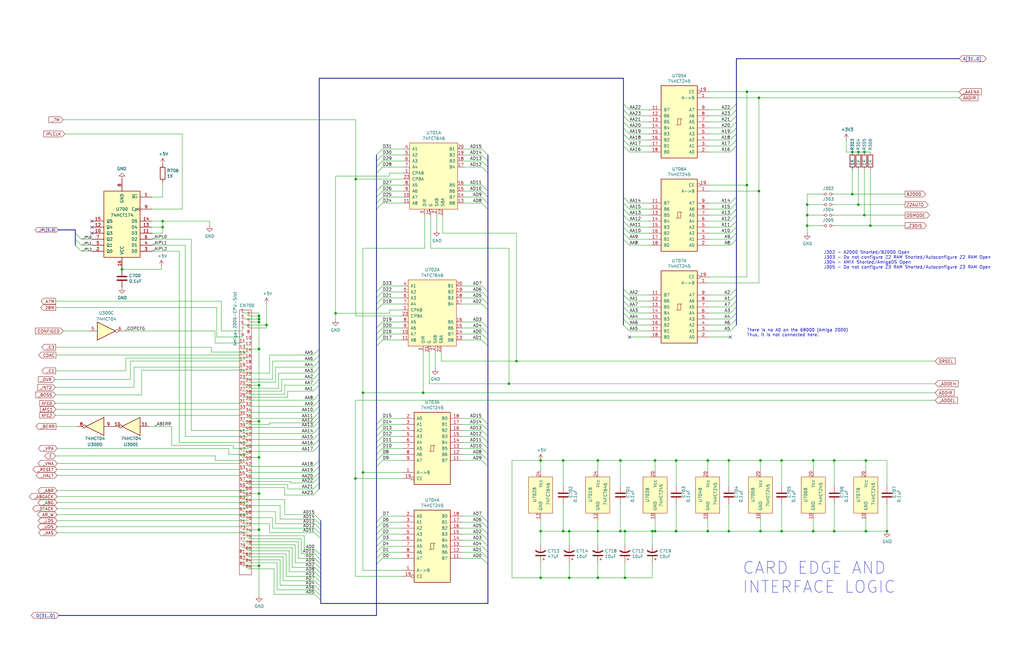
<source format=kicad_sch>
(kicad_sch (version 20211123) (generator eeschema)
  (paper "B")
  (title_block (title "Amiga N2630") (date "2022-09-09") (rev "2.2"))
  (junction (at 276.225 194.31))
  (junction (at 109.22 133.35))
  (junction (at 285.115 224.155))
  (junction (at 214.63 161.925))
  (junction (at 217.805 152.4))
  (junction (at 263.525 224.155))
  (junction (at 112.395 137.16))
  (junction (at 109.22 193.04))
  (junction (at 314.96 78.105))
  (junction (at 367.03 95.25))
  (junction (at 340.36 90.805))
  (junction (at 285.115 194.31))
  (junction (at 51.435 113.665))
  (junction (at 364.49 90.805))
  (junction (at 109.22 238.76))
  (junction (at 227.965 243.84))
  (junction (at 320.04 41.275))
  (junction (at 237.49 224.155))
  (junction (at 364.49 64.135))
  (junction (at 329.565 224.155))
  (junction (at 329.565 194.31))
  (junction (at 342.9 224.155))
  (junction (at 340.36 86.36))
  (junction (at 342.9 194.31))
  (junction (at 153.035 165.735))
  (junction (at 359.41 81.915))
  (junction (at 276.225 224.155))
  (junction (at 178.435 165.735))
  (junction (at 307.34 194.31))
  (junction (at 252.095 194.31))
  (junction (at 307.34 224.155))
  (junction (at 361.95 64.135))
  (junction (at 374.015 224.155))
  (junction (at 109.22 177.8))
  (junction (at 141.478 132.207))
  (junction (at 261.62 194.31))
  (junction (at 252.095 243.84))
  (junction (at 263.525 243.84))
  (junction (at 365.125 194.31))
  (junction (at 359.41 64.135))
  (junction (at 109.22 208.28))
  (junction (at 361.95 86.36))
  (junction (at 149.86 201.93))
  (junction (at 237.49 194.31))
  (junction (at 275.082 224.155))
  (junction (at 227.965 224.155))
  (junction (at 320.04 80.645))
  (junction (at 109.22 223.52))
  (junction (at 227.965 194.31))
  (junction (at 320.675 224.155))
  (junction (at 109.22 135.89))
  (junction (at 240.03 224.155))
  (junction (at 298.45 194.31))
  (junction (at 68.58 93.345))
  (junction (at 240.03 243.84))
  (junction (at 149.987 75.565))
  (junction (at 261.62 224.155))
  (junction (at 351.79 194.31))
  (junction (at 109.22 147.32))
  (junction (at 340.36 95.25))
  (junction (at 314.96 38.735))
  (junction (at 351.79 224.155))
  (junction (at 109.22 134.62))
  (junction (at 109.22 162.56))
  (junction (at 320.675 194.31))
  (junction (at 153.035 199.39))
  (junction (at 252.095 224.155))
  (junction (at 68.58 95.885))
  (junction (at 365.125 224.155))
  (junction (at 298.45 224.155))
  (no_connect (at 265.43 142.24))
  (no_connect (at 38.735 98.425))
  (no_connect (at 38.735 93.345))
  (no_connect (at 38.735 95.885))
  (no_connect (at 307.975 142.24))
  (bus_entry (at 265.43 98.425) (size -2.54 -2.54))
  (bus_entry (at 132.08 187.96) (size 2.54 -2.54))
  (bus_entry (at 203.2 227.965) (size 2.54 2.54))
  (bus_entry (at 132.715 241.3) (size 2.54 2.54))
  (bus_entry (at 132.715 239.395) (size 2.54 2.54))
  (bus_entry (at 132.715 237.49) (size 2.54 2.54))
  (bus_entry (at 132.715 250.825) (size 2.54 2.54))
  (bus_entry (at 132.715 248.92) (size 2.54 2.54))
  (bus_entry (at 132.715 247.015) (size 2.54 2.54))
  (bus_entry (at 132.715 245.11) (size 2.54 2.54))
  (bus_entry (at 132.715 243.205) (size 2.54 2.54))
  (bus_entry (at 132.715 235.585) (size 2.54 2.54))
  (bus_entry (at 265.43 139.7) (size -2.54 -2.54))
  (bus_entry (at 161.29 125.73) (size -2.54 2.54))
  (bus_entry (at 307.975 95.885) (size 2.54 -2.54))
  (bus_entry (at 307.975 124.46) (size 2.54 -2.54))
  (bus_entry (at 132.08 190.5) (size 2.54 -2.54))
  (bus_entry (at 307.975 127) (size 2.54 -2.54))
  (bus_entry (at 307.975 53.975) (size 2.54 -2.54))
  (bus_entry (at 203.2 230.505) (size 2.54 2.54))
  (bus_entry (at 265.43 100.965) (size -2.54 -2.54))
  (bus_entry (at 265.43 137.16) (size -2.54 -2.54))
  (bus_entry (at 161.29 181.61) (size -2.54 2.54))
  (bus_entry (at 307.975 59.055) (size 2.54 -2.54))
  (bus_entry (at 203.2 233.045) (size 2.54 2.54))
  (bus_entry (at 161.29 220.345) (size -2.54 2.54))
  (bus_entry (at 265.43 64.135) (size -2.54 -2.54))
  (bus_entry (at 34.29 106.045) (size -2.54 -2.54))
  (bus_entry (at 203.2 189.23) (size 2.54 2.54))
  (bus_entry (at 203.2 83.185) (size 2.54 2.54))
  (bus_entry (at 161.29 230.505) (size -2.54 2.54))
  (bus_entry (at 161.29 135.89) (size -2.54 2.54))
  (bus_entry (at 265.43 48.895) (size -2.54 -2.54))
  (bus_entry (at 265.43 132.08) (size -2.54 -2.54))
  (bus_entry (at 132.08 196.85) (size 2.54 -2.54))
  (bus_entry (at 132.08 165.1) (size 2.54 -2.54))
  (bus_entry (at 132.08 162.56) (size 2.54 -2.54))
  (bus_entry (at 132.08 160.02) (size 2.54 -2.54))
  (bus_entry (at 132.08 157.48) (size 2.54 -2.54))
  (bus_entry (at 132.08 154.94) (size 2.54 -2.54))
  (bus_entry (at 132.08 152.4) (size 2.54 -2.54))
  (bus_entry (at 132.08 149.86) (size 2.54 -2.54))
  (bus_entry (at 203.2 65.405) (size 2.54 2.54))
  (bus_entry (at 307.975 51.435) (size 2.54 -2.54))
  (bus_entry (at 265.43 129.54) (size -2.54 -2.54))
  (bus_entry (at 161.29 235.585) (size -2.54 2.54))
  (bus_entry (at 203.2 143.51) (size 2.54 2.54))
  (bus_entry (at 203.2 181.61) (size 2.54 2.54))
  (bus_entry (at 262.89 100.965) (size 2.54 2.54))
  (bus_entry (at 265.43 90.805) (size -2.54 -2.54))
  (bus_entry (at 34.29 103.505) (size -2.54 -2.54))
  (bus_entry (at 203.2 70.485) (size 2.54 2.54))
  (bus_entry (at 307.975 139.7) (size 2.54 -2.54))
  (bus_entry (at 203.2 222.885) (size 2.54 2.54))
  (bus_entry (at 132.08 173.99) (size 2.54 -2.54))
  (bus_entry (at 203.2 179.07) (size 2.54 2.54))
  (bus_entry (at 161.29 80.645) (size -2.54 2.54))
  (bus_entry (at 265.43 53.975) (size -2.54 -2.54))
  (bus_entry (at 34.29 100.965) (size -2.54 -2.54))
  (bus_entry (at 203.2 62.865) (size 2.54 2.54))
  (bus_entry (at 161.29 222.885) (size -2.54 2.54))
  (bus_entry (at 203.2 220.345) (size 2.54 2.54))
  (bus_entry (at 161.29 179.07) (size -2.54 2.54))
  (bus_entry (at 132.715 233.68) (size 2.54 2.54))
  (bus_entry (at 132.715 231.775) (size 2.54 2.54))
  (bus_entry (at 132.715 224.79) (size 2.54 2.54))
  (bus_entry (at 132.715 222.885) (size 2.54 2.54))
  (bus_entry (at 132.715 220.98) (size 2.54 2.54))
  (bus_entry (at 132.715 219.075) (size 2.54 2.54))
  (bus_entry (at 132.715 217.17) (size 2.54 2.54))
  (bus_entry (at 161.29 176.53) (size -2.54 2.54))
  (bus_entry (at 132.08 185.42) (size 2.54 -2.54))
  (bus_entry (at 307.975 98.425) (size 2.54 -2.54))
  (bus_entry (at 203.2 191.77) (size 2.54 2.54))
  (bus_entry (at 307.975 100.965) (size 2.54 -2.54))
  (bus_entry (at 307.975 93.345) (size 2.54 -2.54))
  (bus_entry (at 203.2 138.43) (size 2.54 2.54))
  (bus_entry (at 265.43 124.46) (size -2.54 -2.54))
  (bus_entry (at 307.975 46.355) (size 2.54 -2.54))
  (bus_entry (at 307.975 90.805) (size 2.54 -2.54))
  (bus_entry (at 307.975 103.505) (size 2.54 -2.54))
  (bus_entry (at 161.29 233.045) (size -2.54 2.54))
  (bus_entry (at 203.2 128.27) (size 2.54 2.54))
  (bus_entry (at 307.975 56.515) (size 2.54 -2.54))
  (bus_entry (at 203.2 123.19) (size 2.54 2.54))
  (bus_entry (at 203.2 140.97) (size 2.54 2.54))
  (bus_entry (at 265.43 59.055) (size -2.54 -2.54))
  (bus_entry (at 161.29 140.97) (size -2.54 2.54))
  (bus_entry (at 132.08 201.93) (size 2.54 -2.54))
  (bus_entry (at 161.29 85.725) (size -2.54 2.54))
  (bus_entry (at 161.29 186.69) (size -2.54 2.54))
  (bus_entry (at 132.08 182.88) (size 2.54 -2.54))
  (bus_entry (at 203.2 176.53) (size 2.54 2.54))
  (bus_entry (at 161.29 143.51) (size -2.54 2.54))
  (bus_entry (at 132.08 178.435) (size 2.54 -2.54))
  (bus_entry (at 203.2 80.645) (size 2.54 2.54))
  (bus_entry (at 161.29 83.185) (size -2.54 2.54))
  (bus_entry (at 265.43 134.62) (size -2.54 -2.54))
  (bus_entry (at 161.29 194.31) (size -2.54 2.54))
  (bus_entry (at 265.43 95.885) (size -2.54 -2.54))
  (bus_entry (at 265.43 88.265) (size -2.54 -2.54))
  (bus_entry (at 132.08 199.39) (size 2.54 -2.54))
  (bus_entry (at 203.2 120.65) (size 2.54 2.54))
  (bus_entry (at 161.29 123.19) (size -2.54 2.54))
  (bus_entry (at 265.43 85.725) (size -2.54 -2.54))
  (bus_entry (at 132.08 171.45) (size 2.54 -2.54))
  (bus_entry (at 161.29 225.425) (size -2.54 2.54))
  (bus_entry (at 161.29 138.43) (size -2.54 2.54))
  (bus_entry (at 161.29 67.945) (size -2.54 2.54))
  (bus_entry (at 203.2 186.69) (size 2.54 2.54))
  (bus_entry (at 132.08 176.53) (size 2.54 -2.54))
  (bus_entry (at 307.975 129.54) (size 2.54 -2.54))
  (bus_entry (at 161.29 128.27) (size -2.54 2.54))
  (bus_entry (at 161.29 227.965) (size -2.54 2.54))
  (bus_entry (at 265.43 127) (size -2.54 -2.54))
  (bus_entry (at 161.29 184.15) (size -2.54 2.54))
  (bus_entry (at 265.43 51.435) (size -2.54 -2.54))
  (bus_entry (at 203.2 125.73) (size 2.54 2.54))
  (bus_entry (at 203.2 85.725) (size 2.54 2.54))
  (bus_entry (at 307.975 137.16) (size 2.54 -2.54))
  (bus_entry (at 132.08 168.91) (size 2.54 -2.54))
  (bus_entry (at 203.2 135.89) (size 2.54 2.54))
  (bus_entry (at 161.29 189.23) (size -2.54 2.54))
  (bus_entry (at 161.29 78.105) (size -2.54 2.54))
  (bus_entry (at 132.08 180.34) (size 2.54 -2.54))
  (bus_entry (at 161.29 65.405) (size -2.54 2.54))
  (bus_entry (at 307.975 64.135) (size 2.54 -2.54))
  (bus_entry (at 203.2 67.945) (size 2.54 2.54))
  (bus_entry (at 203.2 194.31) (size 2.54 2.54))
  (bus_entry (at 265.43 93.345) (size -2.54 -2.54))
  (bus_entry (at 307.975 88.265) (size 2.54 -2.54))
  (bus_entry (at 203.2 184.15) (size 2.54 2.54))
  (bus_entry (at 307.975 48.895) (size 2.54 -2.54))
  (bus_entry (at 132.08 208.915) (size 2.54 -2.54))
  (bus_entry (at 132.08 203.835) (size 2.54 -2.54))
  (bus_entry (at 132.08 206.375) (size 2.54 -2.54))
  (bus_entry (at 161.29 191.77) (size -2.54 2.54))
  (bus_entry (at 203.2 217.805) (size 2.54 2.54))
  (bus_entry (at 307.975 85.725) (size 2.54 -2.54))
  (bus_entry (at 158.75 123.19) (size 2.54 -2.54))
  (bus_entry (at 203.2 235.585) (size 2.54 2.54))
  (bus_entry (at 158.75 65.405) (size 2.54 -2.54))
  (bus_entry (at 161.29 217.805) (size -2.54 2.54))
  (bus_entry (at 265.43 61.595) (size -2.54 -2.54))
  (bus_entry (at 203.2 78.105) (size 2.54 2.54))
  (bus_entry (at 265.43 56.515) (size -2.54 -2.54))
  (bus_entry (at 307.975 61.595) (size 2.54 -2.54))
  (bus_entry (at 265.43 46.355) (size -2.54 -2.54))
  (bus_entry (at 307.975 134.62) (size 2.54 -2.54))
  (bus_entry (at 307.975 132.08) (size 2.54 -2.54))
  (bus_entry (at 203.2 225.425) (size 2.54 2.54))
  (bus_entry (at 161.29 70.485) (size -2.54 2.54))
  (wire (pts (xy 273.685 142.24) (xy 265.43 142.24)))
  (bus (pts (xy 205.74 194.31) (xy 205.74 196.85)))
  (bus (pts (xy 134.62 154.94) (xy 134.62 157.48)))
  (wire (pts (xy 120.015 162.56) (xy 120.015 166.37)))
  (wire (pts (xy 113.665 220.98) (xy 113.665 224.79)))
  (wire (pts (xy 273.685 95.885) (xy 265.43 95.885)))
  (wire (pts (xy 102.235 167.64) (xy 121.285 167.64)))
  (wire (pts (xy 374.015 194.31) (xy 374.015 205.105)))
  (wire (pts (xy 102.235 231.14) (xy 123.19 231.14)))
  (wire (pts (xy 96.52 189.23) (xy 24.13 189.23)))
  (bus (pts (xy 205.74 88.265) (xy 205.74 123.19)))
  (wire (pts (xy 169.545 140.97) (xy 161.29 140.97)))
  (wire (pts (xy 194.945 184.15) (xy 203.2 184.15)))
  (wire (pts (xy 263.525 243.84) (xy 275.082 243.84)))
  (bus (pts (xy 158.75 80.645) (xy 158.75 83.185)))
  (bus (pts (xy 262.89 129.54) (xy 262.89 132.08)))
  (wire (pts (xy 121.92 241.3) (xy 132.715 241.3)))
  (wire (pts (xy 128.27 226.06) (xy 128.27 231.775)))
  (bus (pts (xy 158.75 235.585) (xy 158.75 238.125)))
  (wire (pts (xy 104.775 138.43) (xy 112.395 138.43)))
  (wire (pts (xy 194.945 227.965) (xy 203.2 227.965)))
  (bus (pts (xy 135.255 223.52) (xy 135.255 225.425)))
  (wire (pts (xy 169.545 143.51) (xy 161.29 143.51)))
  (wire (pts (xy 26.67 139.7) (xy 37.211 139.7)))
  (wire (pts (xy 104.775 156.21) (xy 59.69 156.21)))
  (bus (pts (xy 135.255 240.03) (xy 135.255 241.935)))
  (bus (pts (xy 262.89 98.425) (xy 262.89 100.965)))
  (wire (pts (xy 109.22 132.08) (xy 109.22 133.35)))
  (wire (pts (xy 104.775 173.99) (xy 132.08 173.99)))
  (wire (pts (xy 52.451 139.7) (xy 90.678 139.7)))
  (wire (pts (xy 365.125 198.755) (xy 365.125 194.31)))
  (wire (pts (xy 102.235 132.08) (xy 109.22 132.08)))
  (wire (pts (xy 153.035 199.39) (xy 153.035 240.665)))
  (wire (pts (xy 90.805 194.31) (xy 90.805 192.405)))
  (wire (pts (xy 273.685 88.265) (xy 265.43 88.265)))
  (wire (pts (xy 299.085 85.725) (xy 307.975 85.725)))
  (wire (pts (xy 320.675 194.31) (xy 329.565 194.31)))
  (wire (pts (xy 149.86 243.205) (xy 169.545 243.205)))
  (wire (pts (xy 89.154 146.558) (xy 89.154 148.59)))
  (wire (pts (xy 78.105 103.505) (xy 78.105 184.15)))
  (wire (pts (xy 112.395 137.16) (xy 112.395 128.27)))
  (wire (pts (xy 227.965 194.31) (xy 237.49 194.31)))
  (wire (pts (xy 299.085 53.975) (xy 307.975 53.975)))
  (wire (pts (xy 27.305 56.515) (xy 76.835 56.515)))
  (wire (pts (xy 276.225 194.31) (xy 285.115 194.31)))
  (wire (pts (xy 346.71 95.25) (xy 340.36 95.25)))
  (wire (pts (xy 276.225 198.755) (xy 276.225 194.31)))
  (bus (pts (xy 134.62 177.8) (xy 134.62 180.34)))
  (bus (pts (xy 262.89 90.805) (xy 262.89 93.345)))
  (wire (pts (xy 102.235 149.86) (xy 23.622 149.86)))
  (wire (pts (xy 340.36 81.915) (xy 340.36 86.36)))
  (wire (pts (xy 102.235 187.96) (xy 132.08 187.96)))
  (wire (pts (xy 169.545 191.77) (xy 161.29 191.77)))
  (wire (pts (xy 169.545 179.07) (xy 161.29 179.07)))
  (wire (pts (xy 153.035 240.665) (xy 169.545 240.665)))
  (bus (pts (xy 310.515 53.975) (xy 310.515 56.515)))
  (wire (pts (xy 361.95 86.36) (xy 381.635 86.36)))
  (wire (pts (xy 102.235 198.12) (xy 24.13 198.12)))
  (bus (pts (xy 205.74 179.07) (xy 205.74 181.61)))
  (wire (pts (xy 102.235 236.22) (xy 118.11 236.22)))
  (bus (pts (xy 310.515 51.435) (xy 310.515 53.975)))
  (wire (pts (xy 169.545 189.23) (xy 161.29 189.23)))
  (wire (pts (xy 104.775 191.77) (xy 96.52 191.77)))
  (wire (pts (xy 104.775 196.85) (xy 132.08 196.85)))
  (wire (pts (xy 120.015 217.17) (xy 132.715 217.17)))
  (wire (pts (xy 195.58 70.485) (xy 203.2 70.485)))
  (wire (pts (xy 194.945 194.31) (xy 203.2 194.31)))
  (wire (pts (xy 170.18 70.485) (xy 161.29 70.485)))
  (bus (pts (xy 134.62 152.4) (xy 134.62 154.94)))
  (wire (pts (xy 217.805 152.4) (xy 394.335 152.4)))
  (wire (pts (xy 340.36 95.25) (xy 340.36 98.425)))
  (wire (pts (xy 113.665 157.48) (xy 113.665 149.86)))
  (wire (pts (xy 104.775 184.15) (xy 78.105 184.15)))
  (bus (pts (xy 134.62 33.02) (xy 134.62 147.32)))
  (wire (pts (xy 169.545 186.69) (xy 161.29 186.69)))
  (wire (pts (xy 314.96 38.735) (xy 299.085 38.735)))
  (bus (pts (xy 205.74 140.97) (xy 205.74 143.51)))
  (wire (pts (xy 169.545 220.345) (xy 161.29 220.345)))
  (bus (pts (xy 262.89 95.885) (xy 262.89 98.425)))
  (wire (pts (xy 194.945 143.51) (xy 203.2 143.51)))
  (bus (pts (xy 310.515 95.885) (xy 310.515 98.425)))
  (wire (pts (xy 109.22 208.28) (xy 109.22 223.52)))
  (wire (pts (xy 149.86 201.93) (xy 149.86 243.205)))
  (bus (pts (xy 158.75 233.045) (xy 158.75 235.585)))
  (wire (pts (xy 118.11 219.075) (xy 132.715 219.075)))
  (wire (pts (xy 56.515 163.449) (xy 56.515 154.94)))
  (bus (pts (xy 262.89 85.725) (xy 262.89 88.265)))
  (wire (pts (xy 170.18 65.405) (xy 161.29 65.405)))
  (bus (pts (xy 31.75 98.425) (xy 31.75 100.965)))
  (wire (pts (xy 102.235 152.4) (xy 54.991 152.4)))
  (wire (pts (xy 340.36 86.36) (xy 340.36 90.805)))
  (wire (pts (xy 194.945 176.53) (xy 203.2 176.53)))
  (bus (pts (xy 205.74 85.725) (xy 205.74 88.265)))
  (wire (pts (xy 351.79 95.25) (xy 367.03 95.25)))
  (bus (pts (xy 134.62 166.37) (xy 134.62 168.91)))
  (wire (pts (xy 342.9 198.755) (xy 342.9 194.31)))
  (wire (pts (xy 109.22 193.04) (xy 109.22 208.28)))
  (wire (pts (xy 113.665 224.79) (xy 132.715 224.79)))
  (wire (pts (xy 346.71 90.805) (xy 340.36 90.805)))
  (bus (pts (xy 134.62 199.39) (xy 134.62 201.295)))
  (wire (pts (xy 104.775 217.17) (xy 24.13 217.17)))
  (wire (pts (xy 104.775 148.59) (xy 89.154 148.59)))
  (wire (pts (xy 102.235 180.34) (xy 132.08 180.34)))
  (wire (pts (xy 178.435 165.735) (xy 153.035 165.735)))
  (bus (pts (xy 262.89 51.435) (xy 262.89 53.975)))
  (bus (pts (xy 310.515 43.815) (xy 310.515 46.355)))
  (bus (pts (xy 310.515 129.54) (xy 310.515 132.08)))
  (bus (pts (xy 135.255 245.745) (xy 135.255 247.65)))
  (bus (pts (xy 262.89 33.02) (xy 134.62 33.02)))
  (wire (pts (xy 178.435 165.735) (xy 178.435 148.59)))
  (bus (pts (xy 158.75 70.485) (xy 158.75 73.025)))
  (wire (pts (xy 273.685 56.515) (xy 265.43 56.515)))
  (wire (pts (xy 299.085 132.08) (xy 307.975 132.08)))
  (wire (pts (xy 122.555 203.2) (xy 122.555 203.835)))
  (bus (pts (xy 158.75 138.43) (xy 158.75 140.97)))
  (wire (pts (xy 23.622 172.72) (xy 102.235 172.72)))
  (wire (pts (xy 64.135 98.425) (xy 68.58 98.425)))
  (wire (pts (xy 285.115 224.155) (xy 298.45 224.155)))
  (wire (pts (xy 314.96 78.105) (xy 314.96 38.735)))
  (wire (pts (xy 109.22 162.56) (xy 109.22 177.8)))
  (wire (pts (xy 104.775 135.89) (xy 109.22 135.89)))
  (wire (pts (xy 68.58 95.885) (xy 68.58 98.425)))
  (bus (pts (xy 205.74 146.05) (xy 205.74 179.07)))
  (bus (pts (xy 158.75 128.27) (xy 158.75 130.81)))
  (wire (pts (xy 170.18 62.865) (xy 161.29 62.865)))
  (bus (pts (xy 31.75 97.028) (xy 31.75 98.425)))
  (wire (pts (xy 169.545 230.505) (xy 161.29 230.505)))
  (wire (pts (xy 307.975 142.24) (xy 299.085 142.24)))
  (wire (pts (xy 102.235 165.1) (xy 118.745 165.1)))
  (bus (pts (xy 158.75 196.85) (xy 158.75 220.345)))
  (wire (pts (xy 118.11 247.015) (xy 132.715 247.015)))
  (bus (pts (xy 158.75 186.69) (xy 158.75 189.23)))
  (bus (pts (xy 205.74 67.945) (xy 205.74 70.485)))
  (wire (pts (xy 88.392 93.345) (xy 88.392 95.25)))
  (wire (pts (xy 102.235 142.24) (xy 91.44 142.24)))
  (wire (pts (xy 120.015 208.915) (xy 132.08 208.915)))
  (wire (pts (xy 102.235 220.98) (xy 113.665 220.98)))
  (wire (pts (xy 104.775 201.93) (xy 132.08 201.93)))
  (wire (pts (xy 273.685 61.595) (xy 265.43 61.595)))
  (wire (pts (xy 273.685 85.725) (xy 265.43 85.725)))
  (wire (pts (xy 104.775 207.01) (xy 24.13 207.01)))
  (bus (pts (xy 158.75 227.965) (xy 158.75 230.505)))
  (wire (pts (xy 320.04 41.275) (xy 299.085 41.275)))
  (bus (pts (xy 205.74 225.425) (xy 205.74 227.965)))
  (wire (pts (xy 23.241 160.147) (xy 54.991 160.147)))
  (wire (pts (xy 364.49 64.135) (xy 367.03 64.135)))
  (wire (pts (xy 299.085 98.425) (xy 307.975 98.425)))
  (wire (pts (xy 367.03 71.755) (xy 367.03 95.25)))
  (wire (pts (xy 124.46 237.49) (xy 132.715 237.49)))
  (wire (pts (xy 115.57 240.03) (xy 115.57 250.825)))
  (bus (pts (xy 135.255 221.615) (xy 135.255 223.52)))
  (wire (pts (xy 109.22 133.35) (xy 109.22 134.62)))
  (bus (pts (xy 134.62 175.895) (xy 134.62 177.8)))
  (bus (pts (xy 134.62 180.34) (xy 134.62 182.88)))
  (wire (pts (xy 102.235 193.04) (xy 109.22 193.04)))
  (wire (pts (xy 273.685 51.435) (xy 265.43 51.435)))
  (bus (pts (xy 262.89 121.92) (xy 262.89 124.46)))
  (wire (pts (xy 122.555 203.835) (xy 132.08 203.835)))
  (wire (pts (xy 59.69 166.624) (xy 59.69 156.21)))
  (bus (pts (xy 158.75 67.945) (xy 158.75 70.485)))
  (wire (pts (xy 299.085 100.965) (xy 307.975 100.965)))
  (wire (pts (xy 51.435 113.665) (xy 68.072 113.665)))
  (bus (pts (xy 205.74 184.15) (xy 205.74 186.69)))
  (wire (pts (xy 102.235 144.78) (xy 90.678 144.78)))
  (wire (pts (xy 169.545 130.81) (xy 164.338 130.81)))
  (wire (pts (xy 109.22 135.89) (xy 109.22 147.32)))
  (bus (pts (xy 158.75 189.23) (xy 158.75 191.77)))
  (wire (pts (xy 320.675 198.755) (xy 320.675 194.31)))
  (wire (pts (xy 68.58 83.185) (xy 64.135 83.185)))
  (wire (pts (xy 195.58 80.645) (xy 203.2 80.645)))
  (bus (pts (xy 158.75 220.345) (xy 158.75 222.885)))
  (wire (pts (xy 53.086 151.13) (xy 53.086 156.464)))
  (wire (pts (xy 169.545 184.15) (xy 161.29 184.15)))
  (wire (pts (xy 351.79 194.31) (xy 365.125 194.31)))
  (wire (pts (xy 120.015 205.74) (xy 120.015 208.915)))
  (bus (pts (xy 135.255 219.71) (xy 135.255 221.615)))
  (bus (pts (xy 310.515 61.595) (xy 310.515 83.185)))
  (wire (pts (xy 252.095 224.155) (xy 261.62 224.155)))
  (wire (pts (xy 194.945 181.61) (xy 203.2 181.61)))
  (wire (pts (xy 102.235 203.2) (xy 122.555 203.2)))
  (bus (pts (xy 135.255 247.65) (xy 135.255 249.555)))
  (wire (pts (xy 195.58 83.185) (xy 203.2 83.185)))
  (bus (pts (xy 310.515 134.62) (xy 310.515 137.16)))
  (bus (pts (xy 158.75 191.77) (xy 158.75 194.31)))
  (wire (pts (xy 132.08 178.435) (xy 113.665 178.435)))
  (wire (pts (xy 299.085 93.345) (xy 307.975 93.345)))
  (wire (pts (xy 102.235 182.88) (xy 132.08 182.88)))
  (wire (pts (xy 214.63 161.925) (xy 180.975 161.925)))
  (wire (pts (xy 240.03 229.87) (xy 240.03 224.155)))
  (wire (pts (xy 299.085 78.105) (xy 314.96 78.105)))
  (wire (pts (xy 346.71 86.36) (xy 340.36 86.36)))
  (wire (pts (xy 169.545 176.53) (xy 161.29 176.53)))
  (wire (pts (xy 102.235 137.16) (xy 112.395 137.16)))
  (wire (pts (xy 116.205 220.98) (xy 132.715 220.98)))
  (bus (pts (xy 135.255 251.46) (xy 135.255 253.365)))
  (wire (pts (xy 170.18 78.105) (xy 161.29 78.105)))
  (wire (pts (xy 194.945 191.77) (xy 203.2 191.77)))
  (wire (pts (xy 299.085 56.515) (xy 307.975 56.515)))
  (wire (pts (xy 102.235 205.74) (xy 120.015 205.74)))
  (wire (pts (xy 195.58 85.725) (xy 203.2 85.725)))
  (wire (pts (xy 38.735 103.505) (xy 34.29 103.505)))
  (wire (pts (xy 261.62 194.31) (xy 276.225 194.31)))
  (wire (pts (xy 374.015 224.155) (xy 374.015 212.725)))
  (wire (pts (xy 153.035 165.735) (xy 153.035 104.775)))
  (bus (pts (xy 310.515 127) (xy 310.515 129.54)))
  (wire (pts (xy 64.135 93.345) (xy 68.58 93.345)))
  (wire (pts (xy 237.49 224.155) (xy 240.03 224.155)))
  (wire (pts (xy 102.235 134.62) (xy 109.22 134.62)))
  (wire (pts (xy 194.945 220.345) (xy 203.2 220.345)))
  (wire (pts (xy 320.04 80.645) (xy 320.04 41.275)))
  (wire (pts (xy 64.135 95.885) (xy 68.58 95.885)))
  (wire (pts (xy 181.61 104.775) (xy 214.63 104.775)))
  (wire (pts (xy 217.805 152.4) (xy 186.055 152.4)))
  (wire (pts (xy 102.235 228.6) (xy 125.73 228.6)))
  (wire (pts (xy 102.235 226.06) (xy 128.27 226.06)))
  (wire (pts (xy 102.235 195.58) (xy 24.13 195.58)))
  (wire (pts (xy 164.338 130.81) (xy 164.338 132.207)))
  (wire (pts (xy 169.545 225.425) (xy 161.29 225.425)))
  (bus (pts (xy 135.255 236.22) (xy 135.255 238.125)))
  (wire (pts (xy 104.775 161.29) (xy 116.205 161.29)))
  (wire (pts (xy 116.205 215.9) (xy 116.205 220.98)))
  (bus (pts (xy 310.515 121.92) (xy 310.515 124.46)))
  (wire (pts (xy 351.79 224.155) (xy 365.125 224.155)))
  (wire (pts (xy 299.085 124.46) (xy 307.975 124.46)))
  (bus (pts (xy 134.62 201.295) (xy 134.62 203.835)))
  (wire (pts (xy 121.92 232.41) (xy 121.92 241.3)))
  (bus (pts (xy 205.74 80.645) (xy 205.74 83.185)))
  (wire (pts (xy 104.775 212.09) (xy 24.13 212.09)))
  (wire (pts (xy 169.545 135.89) (xy 161.29 135.89)))
  (bus (pts (xy 134.62 203.835) (xy 134.62 206.375)))
  (bus (pts (xy 205.74 70.485) (xy 205.74 73.025)))
  (bus (pts (xy 262.89 88.265) (xy 262.89 90.805)))
  (wire (pts (xy 320.675 224.155) (xy 329.565 224.155)))
  (wire (pts (xy 252.095 198.755) (xy 252.095 194.31)))
  (wire (pts (xy 195.58 67.945) (xy 203.2 67.945)))
  (bus (pts (xy 262.89 33.02) (xy 262.89 43.815)))
  (wire (pts (xy 102.235 157.48) (xy 113.665 157.48)))
  (wire (pts (xy 116.84 237.49) (xy 116.84 248.92)))
  (wire (pts (xy 120.015 210.82) (xy 120.015 217.17)))
  (bus (pts (xy 158.75 140.97) (xy 158.75 143.51)))
  (wire (pts (xy 169.545 222.885) (xy 161.29 222.885)))
  (wire (pts (xy 23.368 175.26) (xy 102.235 175.26)))
  (wire (pts (xy 109.22 177.8) (xy 109.22 193.04)))
  (wire (pts (xy 314.96 116.84) (xy 314.96 78.105)))
  (bus (pts (xy 262.89 93.345) (xy 262.89 95.885)))
  (wire (pts (xy 240.03 243.84) (xy 252.095 243.84)))
  (bus (pts (xy 158.75 83.185) (xy 158.75 85.725)))
  (bus (pts (xy 310.515 85.725) (xy 310.515 88.265)))
  (bus (pts (xy 205.74 235.585) (xy 205.74 238.125)))
  (wire (pts (xy 104.775 224.79) (xy 24.13 224.79)))
  (wire (pts (xy 320.675 219.075) (xy 320.675 224.155)))
  (wire (pts (xy 263.525 224.155) (xy 275.082 224.155)))
  (wire (pts (xy 72.39 179.959) (xy 72.39 187.96)))
  (wire (pts (xy 240.03 224.155) (xy 252.095 224.155)))
  (wire (pts (xy 329.565 194.31) (xy 342.9 194.31)))
  (bus (pts (xy 205.74 220.345) (xy 205.74 222.885)))
  (wire (pts (xy 119.38 245.11) (xy 132.715 245.11)))
  (wire (pts (xy 118.11 213.36) (xy 118.11 219.075)))
  (wire (pts (xy 104.775 209.55) (xy 24.13 209.55)))
  (wire (pts (xy 102.235 162.56) (xy 109.22 162.56)))
  (wire (pts (xy 113.665 178.435) (xy 113.665 179.07)))
  (wire (pts (xy 298.45 194.31) (xy 307.34 194.31)))
  (wire (pts (xy 194.945 189.23) (xy 203.2 189.23)))
  (bus (pts (xy 310.515 59.055) (xy 310.515 61.595)))
  (wire (pts (xy 132.08 165.1) (xy 121.285 165.1)))
  (bus (pts (xy 205.74 73.025) (xy 205.74 80.645)))
  (wire (pts (xy 26.67 50.546) (xy 149.987 50.546)))
  (wire (pts (xy 298.45 219.075) (xy 298.45 224.155)))
  (wire (pts (xy 186.055 152.4) (xy 186.055 148.59)))
  (wire (pts (xy 194.945 235.585) (xy 203.2 235.585)))
  (wire (pts (xy 104.775 227.33) (xy 127 227.33)))
  (wire (pts (xy 23.495 166.624) (xy 59.69 166.624)))
  (wire (pts (xy 149.987 50.546) (xy 149.987 75.565)))
  (bus (pts (xy 310.515 83.185) (xy 310.515 85.725)))
  (wire (pts (xy 169.545 125.73) (xy 161.29 125.73)))
  (wire (pts (xy 273.685 53.975) (xy 265.43 53.975)))
  (wire (pts (xy 299.085 103.505) (xy 307.975 103.505)))
  (wire (pts (xy 320.04 41.275) (xy 404.495 41.275)))
  (bus (pts (xy 134.62 194.31) (xy 134.62 196.85)))
  (wire (pts (xy 141.478 74.295) (xy 164.211 74.295)))
  (wire (pts (xy 299.085 61.595) (xy 307.975 61.595)))
  (wire (pts (xy 307.34 212.725) (xy 307.34 224.155)))
  (wire (pts (xy 104.775 199.39) (xy 132.08 199.39)))
  (wire (pts (xy 275.082 224.155) (xy 276.225 224.155)))
  (wire (pts (xy 364.49 90.805) (xy 381.635 90.805)))
  (wire (pts (xy 273.685 59.055) (xy 265.43 59.055)))
  (wire (pts (xy 273.685 139.7) (xy 265.43 139.7)))
  (wire (pts (xy 261.62 205.105) (xy 261.62 194.31)))
  (bus (pts (xy 205.74 65.405) (xy 205.74 67.945)))
  (bus (pts (xy 310.515 88.265) (xy 310.515 90.805)))
  (wire (pts (xy 149.987 75.565) (xy 170.18 75.565)))
  (wire (pts (xy 351.79 205.105) (xy 351.79 194.31)))
  (wire (pts (xy 102.235 238.76) (xy 109.22 238.76)))
  (bus (pts (xy 262.89 124.46) (xy 262.89 127)))
  (bus (pts (xy 135.255 241.935) (xy 135.255 243.84)))
  (wire (pts (xy 215.9 194.31) (xy 227.965 194.31)))
  (wire (pts (xy 68.072 112.395) (xy 68.072 113.665)))
  (wire (pts (xy 104.775 214.63) (xy 24.13 214.63)))
  (wire (pts (xy 195.58 78.105) (xy 203.2 78.105)))
  (wire (pts (xy 68.58 93.345) (xy 68.58 95.885)))
  (wire (pts (xy 273.685 132.08) (xy 265.43 132.08)))
  (bus (pts (xy 205.74 196.85) (xy 205.74 220.345)))
  (wire (pts (xy 169.545 217.805) (xy 161.29 217.805)))
  (wire (pts (xy 127 233.68) (xy 132.715 233.68)))
  (wire (pts (xy 104.775 229.87) (xy 124.46 229.87)))
  (wire (pts (xy 102.235 215.9) (xy 116.205 215.9)))
  (wire (pts (xy 169.545 199.39) (xy 153.035 199.39)))
  (wire (pts (xy 123.19 239.395) (xy 132.715 239.395)))
  (bus (pts (xy 134.62 171.45) (xy 134.62 173.99)))
  (wire (pts (xy 195.58 62.865) (xy 203.2 62.865)))
  (wire (pts (xy 118.745 160.02) (xy 118.745 165.1)))
  (wire (pts (xy 90.805 192.405) (xy 23.495 192.405)))
  (bus (pts (xy 205.74 143.51) (xy 205.74 146.05)))
  (wire (pts (xy 169.545 123.19) (xy 161.29 123.19)))
  (wire (pts (xy 23.495 129.794) (xy 91.44 129.794)))
  (wire (pts (xy 217.805 98.425) (xy 217.805 152.4)))
  (bus (pts (xy 158.75 85.725) (xy 158.75 88.265)))
  (wire (pts (xy 227.965 198.755) (xy 227.965 194.31)))
  (wire (pts (xy 170.18 83.185) (xy 161.29 83.185)))
  (bus (pts (xy 262.89 56.515) (xy 262.89 59.055)))
  (wire (pts (xy 109.22 147.32) (xy 109.22 162.56)))
  (wire (pts (xy 38.735 106.045) (xy 34.29 106.045)))
  (wire (pts (xy 227.965 229.87) (xy 227.965 224.155)))
  (wire (pts (xy 153.035 165.735) (xy 153.035 199.39)))
  (wire (pts (xy 120.65 233.68) (xy 120.65 243.205)))
  (wire (pts (xy 342.9 219.075) (xy 342.9 224.155)))
  (wire (pts (xy 351.79 86.36) (xy 361.95 86.36)))
  (bus (pts (xy 205.74 138.43) (xy 205.74 140.97)))
  (bus (pts (xy 205.74 227.965) (xy 205.74 230.505)))
  (wire (pts (xy 273.685 93.345) (xy 265.43 93.345)))
  (wire (pts (xy 117.475 157.48) (xy 117.475 163.83)))
  (wire (pts (xy 252.095 229.87) (xy 252.095 224.155)))
  (wire (pts (xy 164.211 74.295) (xy 164.211 73.025)))
  (bus (pts (xy 262.89 46.355) (xy 262.89 48.895)))
  (wire (pts (xy 23.622 179.959) (xy 32.385 179.959)))
  (wire (pts (xy 118.11 236.22) (xy 118.11 247.015)))
  (bus (pts (xy 135.255 253.365) (xy 135.255 254.635)))
  (wire (pts (xy 275.082 229.87) (xy 275.082 224.155)))
  (bus (pts (xy 158.75 65.405) (xy 158.75 67.945)))
  (bus (pts (xy 205.74 222.885) (xy 205.74 225.425)))
  (wire (pts (xy 273.685 98.425) (xy 265.43 98.425)))
  (wire (pts (xy 361.95 64.135) (xy 364.49 64.135)))
  (bus (pts (xy 158.75 259.715) (xy 24.765 259.715)))
  (wire (pts (xy 141.478 132.207) (xy 141.478 74.295)))
  (bus (pts (xy 31.75 100.965) (xy 31.75 103.505)))
  (wire (pts (xy 98.425 187.96) (xy 72.39 187.96)))
  (wire (pts (xy 356.87 64.135) (xy 359.41 64.135)))
  (wire (pts (xy 54.991 160.147) (xy 54.991 152.4)))
  (bus (pts (xy 205.74 233.045) (xy 205.74 235.585)))
  (wire (pts (xy 361.95 71.755) (xy 361.95 86.36)))
  (wire (pts (xy 276.225 224.155) (xy 285.115 224.155)))
  (wire (pts (xy 104.775 234.95) (xy 119.38 234.95)))
  (wire (pts (xy 90.678 139.7) (xy 90.678 144.78)))
  (bus (pts (xy 134.62 182.88) (xy 134.62 185.42)))
  (wire (pts (xy 102.235 200.66) (xy 24.13 200.66)))
  (wire (pts (xy 285.115 205.105) (xy 285.115 194.31)))
  (wire (pts (xy 104.775 204.47) (xy 121.285 204.47)))
  (bus (pts (xy 158.75 146.05) (xy 158.75 179.07)))
  (wire (pts (xy 299.085 127) (xy 307.975 127)))
  (bus (pts (xy 158.75 143.51) (xy 158.75 146.05)))
  (wire (pts (xy 359.41 81.915) (xy 381.635 81.915)))
  (wire (pts (xy 120.65 243.205) (xy 132.715 243.205)))
  (wire (pts (xy 299.085 46.355) (xy 307.975 46.355)))
  (wire (pts (xy 64.135 106.045) (xy 75.565 106.045)))
  (wire (pts (xy 329.565 212.725) (xy 329.565 224.155)))
  (bus (pts (xy 205.74 238.125) (xy 205.74 254.635)))
  (wire (pts (xy 186.69 90.805) (xy 186.69 98.425)))
  (wire (pts (xy 23.495 146.558) (xy 89.154 146.558)))
  (wire (pts (xy 169.545 128.27) (xy 161.29 128.27)))
  (bus (pts (xy 205.74 189.23) (xy 205.74 191.77)))
  (wire (pts (xy 299.085 80.645) (xy 320.04 80.645)))
  (wire (pts (xy 38.735 100.965) (xy 34.29 100.965)))
  (wire (pts (xy 186.69 98.425) (xy 217.805 98.425)))
  (wire (pts (xy 115.57 250.825) (xy 132.715 250.825)))
  (wire (pts (xy 121.285 206.375) (xy 132.08 206.375)))
  (wire (pts (xy 342.9 194.31) (xy 351.79 194.31)))
  (wire (pts (xy 273.685 90.805) (xy 265.43 90.805)))
  (wire (pts (xy 169.545 138.43) (xy 161.29 138.43)))
  (bus (pts (xy 310.515 98.425) (xy 310.515 100.965)))
  (bus (pts (xy 158.75 125.73) (xy 158.75 128.27)))
  (wire (pts (xy 307.34 194.31) (xy 320.675 194.31)))
  (bus (pts (xy 205.74 125.73) (xy 205.74 128.27)))
  (wire (pts (xy 104.775 189.23) (xy 98.425 189.23)))
  (bus (pts (xy 135.255 234.315) (xy 135.255 236.22)))
  (bus (pts (xy 205.74 130.81) (xy 205.74 138.43)))
  (wire (pts (xy 141.478 132.207) (xy 164.338 132.207)))
  (wire (pts (xy 119.38 234.95) (xy 119.38 245.11)))
  (wire (pts (xy 169.545 194.31) (xy 161.29 194.31)))
  (bus (pts (xy 262.89 83.185) (xy 262.89 85.725)))
  (wire (pts (xy 102.235 139.7) (xy 93.345 139.7)))
  (bus (pts (xy 134.62 149.86) (xy 134.62 152.4)))
  (wire (pts (xy 359.41 64.135) (xy 361.95 64.135)))
  (wire (pts (xy 214.63 161.925) (xy 394.335 161.925)))
  (bus (pts (xy 310.515 24.765) (xy 310.515 43.815)))
  (wire (pts (xy 276.225 219.075) (xy 276.225 224.155)))
  (wire (pts (xy 169.545 181.61) (xy 161.29 181.61)))
  (wire (pts (xy 299.085 137.16) (xy 307.975 137.16)))
  (wire (pts (xy 170.18 85.725) (xy 161.29 85.725)))
  (wire (pts (xy 104.775 219.71) (xy 24.13 219.71)))
  (wire (pts (xy 102.235 147.32) (xy 109.22 147.32)))
  (wire (pts (xy 261.62 224.155) (xy 263.525 224.155)))
  (wire (pts (xy 149.86 168.91) (xy 394.335 168.91)))
  (bus (pts (xy 158.75 123.19) (xy 158.75 125.73)))
  (wire (pts (xy 265.43 103.505) (xy 273.685 103.505)))
  (wire (pts (xy 299.085 116.84) (xy 314.96 116.84)))
  (wire (pts (xy 240.03 237.49) (xy 240.03 243.84)))
  (bus (pts (xy 158.75 184.15) (xy 158.75 186.69)))
  (wire (pts (xy 141.478 132.207) (xy 141.478 134.874)))
  (wire (pts (xy 364.49 71.755) (xy 364.49 90.805)))
  (wire (pts (xy 127 227.33) (xy 127 233.68)))
  (wire (pts (xy 194.945 186.69) (xy 203.2 186.69)))
  (wire (pts (xy 273.685 127) (xy 265.43 127)))
  (wire (pts (xy 285.115 194.31) (xy 298.45 194.31)))
  (wire (pts (xy 252.095 194.31) (xy 261.62 194.31)))
  (bus (pts (xy 134.62 162.56) (xy 134.62 166.37)))
  (wire (pts (xy 181.61 90.805) (xy 181.61 104.775)))
  (wire (pts (xy 102.235 223.52) (xy 109.22 223.52)))
  (wire (pts (xy 132.08 160.02) (xy 118.745 160.02)))
  (wire (pts (xy 299.085 119.38) (xy 320.04 119.38)))
  (bus (pts (xy 310.515 48.895) (xy 310.515 51.435)))
  (wire (pts (xy 178.435 165.735) (xy 394.335 165.735)))
  (wire (pts (xy 114.935 222.885) (xy 132.715 222.885)))
  (bus (pts (xy 24.638 97.028) (xy 31.75 97.028)))
  (wire (pts (xy 93.345 139.7) (xy 93.345 127.127)))
  (wire (pts (xy 194.945 140.97) (xy 203.2 140.97)))
  (wire (pts (xy 273.685 100.965) (xy 265.43 100.965)))
  (wire (pts (xy 62.865 179.959) (xy 72.39 179.959)))
  (wire (pts (xy 237.49 205.105) (xy 237.49 194.31)))
  (wire (pts (xy 298.45 224.155) (xy 307.34 224.155)))
  (wire (pts (xy 365.125 219.075) (xy 365.125 224.155)))
  (wire (pts (xy 104.775 171.45) (xy 132.08 171.45)))
  (wire (pts (xy 109.22 134.62) (xy 109.22 135.89)))
  (wire (pts (xy 113.665 149.86) (xy 132.08 149.86)))
  (wire (pts (xy 194.945 233.045) (xy 203.2 233.045)))
  (wire (pts (xy 102.235 218.44) (xy 114.935 218.44)))
  (wire (pts (xy 102.235 208.28) (xy 109.22 208.28)))
  (bus (pts (xy 158.75 194.31) (xy 158.75 196.85)))
  (bus (pts (xy 158.75 73.025) (xy 158.75 80.645)))
  (wire (pts (xy 114.935 218.44) (xy 114.935 222.885)))
  (wire (pts (xy 285.115 212.725) (xy 285.115 224.155)))
  (wire (pts (xy 76.835 56.515) (xy 76.835 88.265)))
  (wire (pts (xy 68.58 93.345) (xy 88.392 93.345)))
  (wire (pts (xy 102.235 154.94) (xy 56.515 154.94)))
  (bus (pts (xy 310.515 46.355) (xy 310.515 48.895)))
  (bus (pts (xy 310.515 93.345) (xy 310.515 95.885)))
  (wire (pts (xy 195.58 65.405) (xy 203.2 65.405)))
  (bus (pts (xy 205.74 230.505) (xy 205.74 233.045)))
  (wire (pts (xy 125.73 235.585) (xy 132.715 235.585)))
  (wire (pts (xy 194.945 138.43) (xy 203.2 138.43)))
  (wire (pts (xy 132.08 162.56) (xy 120.015 162.56)))
  (wire (pts (xy 53.086 151.13) (xy 104.775 151.13)))
  (bus (pts (xy 134.62 187.96) (xy 134.62 194.31)))
  (wire (pts (xy 112.395 138.43) (xy 112.395 137.16)))
  (bus (pts (xy 262.89 59.055) (xy 262.89 61.595)))
  (bus (pts (xy 134.62 185.42) (xy 134.62 187.96)))
  (wire (pts (xy 261.62 212.725) (xy 261.62 224.155)))
  (wire (pts (xy 365.125 194.31) (xy 374.015 194.31)))
  (wire (pts (xy 80.645 100.965) (xy 80.645 181.61)))
  (wire (pts (xy 23.368 163.449) (xy 56.515 163.449)))
  (wire (pts (xy 121.285 204.47) (xy 121.285 206.375)))
  (bus (pts (xy 135.255 254.635) (xy 205.74 254.635)))
  (wire (pts (xy 104.775 240.03) (xy 115.57 240.03)))
  (wire (pts (xy 169.545 201.93) (xy 149.86 201.93)))
  (wire (pts (xy 104.775 133.35) (xy 109.22 133.35)))
  (wire (pts (xy 104.775 176.53) (xy 132.08 176.53)))
  (wire (pts (xy 116.205 154.94) (xy 116.205 161.29)))
  (wire (pts (xy 104.775 222.25) (xy 24.13 222.25)))
  (wire (pts (xy 194.945 135.89) (xy 203.2 135.89)))
  (bus (pts (xy 310.515 90.805) (xy 310.515 93.345)))
  (wire (pts (xy 124.46 229.87) (xy 124.46 237.49)))
  (wire (pts (xy 104.775 186.69) (xy 75.565 186.69)))
  (wire (pts (xy 365.125 224.155) (xy 374.015 224.155)))
  (wire (pts (xy 273.685 46.355) (xy 265.43 46.355)))
  (wire (pts (xy 215.9 243.84) (xy 215.9 194.31)))
  (wire (pts (xy 299.085 90.805) (xy 307.975 90.805)))
  (wire (pts (xy 183.515 148.59) (xy 183.515 155.575)))
  (wire (pts (xy 53.086 156.464) (xy 23.495 156.464)))
  (bus (pts (xy 134.62 173.99) (xy 134.62 175.895)))
  (wire (pts (xy 314.96 38.735) (xy 404.495 38.735)))
  (wire (pts (xy 194.945 123.19) (xy 203.2 123.19)))
  (bus (pts (xy 134.62 147.32) (xy 134.62 149.86)))
  (wire (pts (xy 164.211 73.025) (xy 170.18 73.025)))
  (wire (pts (xy 153.035 104.775) (xy 179.07 104.775)))
  (bus (pts (xy 262.89 127) (xy 262.89 129.54)))
  (wire (pts (xy 102.235 185.42) (xy 132.08 185.42)))
  (bus (pts (xy 135.255 243.84) (xy 135.255 245.745)))
  (wire (pts (xy 104.775 194.31) (xy 90.805 194.31)))
  (wire (pts (xy 169.545 233.045) (xy 161.29 233.045)))
  (wire (pts (xy 104.775 163.83) (xy 117.475 163.83)))
  (bus (pts (xy 205.74 181.61) (xy 205.74 184.15)))
  (wire (pts (xy 227.965 243.84) (xy 215.9 243.84)))
  (wire (pts (xy 180.975 161.925) (xy 180.975 148.59)))
  (wire (pts (xy 273.685 129.54) (xy 265.43 129.54)))
  (wire (pts (xy 299.085 51.435) (xy 307.975 51.435)))
  (wire (pts (xy 102.235 190.5) (xy 132.08 190.5)))
  (bus (pts (xy 205.74 191.77) (xy 205.74 194.31)))
  (wire (pts (xy 64.135 103.505) (xy 78.105 103.505)))
  (wire (pts (xy 169.545 227.965) (xy 161.29 227.965)))
  (bus (pts (xy 310.515 124.46) (xy 310.515 127)))
  (wire (pts (xy 170.18 80.645) (xy 161.29 80.645)))
  (wire (pts (xy 179.07 90.805) (xy 179.07 104.775)))
  (bus (pts (xy 158.75 88.265) (xy 158.75 123.19)))
  (wire (pts (xy 359.41 71.755) (xy 359.41 81.915)))
  (wire (pts (xy 194.945 225.425) (xy 203.2 225.425)))
  (wire (pts (xy 102.235 160.02) (xy 114.935 160.02)))
  (bus (pts (xy 310.515 132.08) (xy 310.515 134.62)))
  (wire (pts (xy 351.79 81.915) (xy 359.41 81.915)))
  (wire (pts (xy 263.525 243.84) (xy 263.525 237.49)))
  (wire (pts (xy 149.987 133.35) (xy 169.545 133.35)))
  (bus (pts (xy 158.75 238.125) (xy 158.75 259.715)))
  (wire (pts (xy 114.935 152.4) (xy 114.935 160.02)))
  (bus (pts (xy 158.75 181.61) (xy 158.75 184.15)))
  (wire (pts (xy 273.685 48.895) (xy 265.43 48.895)))
  (wire (pts (xy 169.545 120.65) (xy 161.29 120.65)))
  (wire (pts (xy 104.775 232.41) (xy 121.92 232.41)))
  (wire (pts (xy 123.19 231.14) (xy 123.19 239.395)))
  (wire (pts (xy 351.79 90.805) (xy 364.49 90.805)))
  (wire (pts (xy 132.08 157.48) (xy 117.475 157.48)))
  (wire (pts (xy 96.52 191.77) (xy 96.52 189.23)))
  (wire (pts (xy 194.945 179.07) (xy 203.2 179.07)))
  (wire (pts (xy 299.085 48.895) (xy 307.975 48.895)))
  (wire (pts (xy 227.965 224.155) (xy 237.49 224.155)))
  (bus (pts (xy 135.255 238.125) (xy 135.255 240.03)))
  (wire (pts (xy 227.965 243.84) (xy 240.03 243.84)))
  (wire (pts (xy 227.965 219.075) (xy 227.965 224.155)))
  (bus (pts (xy 158.75 179.07) (xy 158.75 181.61)))
  (wire (pts (xy 109.22 223.52) (xy 109.22 238.76)))
  (wire (pts (xy 64.135 100.965) (xy 80.645 100.965)))
  (wire (pts (xy 299.085 134.62) (xy 307.975 134.62)))
  (wire (pts (xy 299.085 88.265) (xy 307.975 88.265)))
  (wire (pts (xy 299.085 95.885) (xy 307.975 95.885)))
  (wire (pts (xy 298.45 198.755) (xy 298.45 194.31)))
  (wire (pts (xy 263.525 229.87) (xy 263.525 224.155)))
  (wire (pts (xy 104.775 168.91) (xy 132.08 168.91)))
  (bus (pts (xy 310.515 56.515) (xy 310.515 59.055)))
  (wire (pts (xy 214.63 104.775) (xy 214.63 161.925)))
  (wire (pts (xy 194.945 230.505) (xy 203.2 230.505)))
  (wire (pts (xy 252.095 237.49) (xy 252.095 243.84)))
  (wire (pts (xy 351.79 212.725) (xy 351.79 224.155)))
  (wire (pts (xy 307.34 224.155) (xy 320.675 224.155)))
  (wire (pts (xy 102.235 210.82) (xy 120.015 210.82)))
  (bus (pts (xy 134.62 157.48) (xy 134.62 160.02)))
  (bus (pts (xy 262.89 61.595) (xy 262.89 83.185)))
  (bus (pts (xy 262.89 48.895) (xy 262.89 51.435)))
  (wire (pts (xy 320.04 119.38) (xy 320.04 80.645)))
  (wire (pts (xy 109.22 238.76) (xy 109.22 251.46)))
  (bus (pts (xy 262.89 53.975) (xy 262.89 56.515)))
  (bus (pts (xy 205.74 186.69) (xy 205.74 189.23)))
  (wire (pts (xy 273.685 137.16) (xy 265.43 137.16)))
  (wire (pts (xy 329.565 224.155) (xy 342.9 224.155)))
  (bus (pts (xy 262.89 132.08) (xy 262.89 134.62)))
  (wire (pts (xy 237.49 194.31) (xy 252.095 194.31)))
  (bus (pts (xy 205.74 123.19) (xy 205.74 125.73)))
  (wire (pts (xy 299.085 59.055) (xy 307.975 59.055)))
  (wire (pts (xy 98.425 189.23) (xy 98.425 187.96)))
  (wire (pts (xy 194.945 217.805) (xy 203.2 217.805)))
  (wire (pts (xy 329.565 205.105) (xy 329.565 194.31)))
  (bus (pts (xy 135.255 249.555) (xy 135.255 251.46)))
  (wire (pts (xy 184.15 90.805) (xy 184.15 97.155)))
  (bus (pts (xy 135.255 227.33) (xy 135.255 234.315)))
  (wire (pts (xy 68.58 76.962) (xy 68.58 83.185)))
  (wire (pts (xy 367.03 95.25) (xy 381.635 95.25)))
  (wire (pts (xy 170.18 67.945) (xy 161.29 67.945)))
  (wire (pts (xy 102.235 213.36) (xy 118.11 213.36)))
  (bus (pts (xy 205.74 128.27) (xy 205.74 130.81)))
  (wire (pts (xy 252.095 219.075) (xy 252.095 224.155)))
  (wire (pts (xy 346.71 81.915) (xy 340.36 81.915)))
  (bus (pts (xy 134.62 168.91) (xy 134.62 171.45)))
  (wire (pts (xy 227.965 237.49) (xy 227.965 243.84)))
  (wire (pts (xy 102.235 233.68) (xy 120.65 233.68)))
  (wire (pts (xy 149.987 75.565) (xy 149.987 133.35)))
  (bus (pts (xy 158.75 230.505) (xy 158.75 233.045)))
  (wire (pts (xy 121.285 165.1) (xy 121.285 167.64)))
  (wire (pts (xy 342.9 224.155) (xy 351.79 224.155)))
  (wire (pts (xy 275.082 243.84) (xy 275.082 237.49)))
  (bus (pts (xy 404.495 24.765) (xy 310.515 24.765)))
  (wire (pts (xy 23.368 170.18) (xy 102.235 170.18)))
  (bus (pts (xy 158.75 222.885) (xy 158.75 225.425)))
  (bus (pts (xy 134.62 196.85) (xy 134.62 199.39)))
  (wire (pts (xy 128.27 231.775) (xy 132.715 231.775)))
  (wire (pts (xy 194.945 128.27) (xy 203.2 128.27)))
  (wire (pts (xy 132.08 154.94) (xy 116.205 154.94)))
  (wire (pts (xy 237.49 212.725) (xy 237.49 224.155)))
  (bus (pts (xy 158.75 225.425) (xy 158.75 227.965)))
  (wire (pts (xy 169.545 235.585) (xy 161.29 235.585)))
  (wire (pts (xy 307.34 205.105) (xy 307.34 194.31)))
  (wire (pts (xy 252.095 243.84) (xy 263.525 243.84)))
  (bus (pts (xy 262.89 134.62) (xy 262.89 137.16)))
  (wire (pts (xy 356.87 59.055) (xy 356.87 64.135)))
  (wire (pts (xy 299.085 129.54) (xy 307.975 129.54)))
  (wire (pts (xy 273.685 134.62) (xy 265.43 134.62)))
  (wire (pts (xy 194.945 125.73) (xy 203.2 125.73)))
  (wire (pts (xy 91.44 129.794) (xy 91.44 142.24)))
  (wire (pts (xy 75.565 106.045) (xy 75.565 186.69)))
  (wire (pts (xy 116.84 248.92) (xy 132.715 248.92)))
  (wire (pts (xy 23.495 127.127) (xy 93.345 127.127)))
  (wire (pts (xy 299.085 139.7) (xy 307.975 139.7)))
  (wire (pts (xy 273.685 64.135) (xy 265.43 64.135)))
  (bus (pts (xy 134.62 160.02) (xy 134.62 162.56)))
  (bus (pts (xy 262.89 43.815) (xy 262.89 46.355)))
  (bus (pts (xy 205.74 83.185) (xy 205.74 85.725)))
  (wire (pts (xy 102.235 177.8) (xy 109.22 177.8)))
  (wire (pts (xy 299.085 64.135) (xy 307.975 64.135)))
  (bus (pts (xy 310.515 100.965) (xy 310.515 121.92)))
  (bus (pts (xy 158.75 130.81) (xy 158.75 138.43)))
  (wire (pts (xy 149.86 201.93) (xy 149.86 168.91)))
  (wire (pts (xy 132.08 152.4) (xy 114.935 152.4)))
  (wire (pts (xy 104.775 166.37) (xy 120.015 166.37)))
  (bus (pts (xy 135.255 225.425) (xy 135.255 227.33)))
  (bus (pts (xy 262.89 100.965) (xy 262.89 121.92)))
  (wire (pts (xy 194.945 222.885) (xy 203.2 222.885)))
  (wire (pts (xy 273.685 124.46) (xy 265.43 124.46)))
  (wire (pts (xy 194.945 120.65) (xy 203.2 120.65)))
  (wire (pts (xy 340.36 90.805) (xy 340.36 95.25)))
  (wire (pts (xy 104.775 237.49) (xy 116.84 237.49)))
  (wire (pts (xy 64.135 88.265) (xy 76.835 88.265)))
  (wire (pts (xy 104.775 181.61) (xy 80.645 181.61)))
  (wire (pts (xy 125.73 228.6) (xy 125.73 235.585)))
  (wire (pts (xy 104.775 179.07) (xy 113.665 179.07)))
  (text "J302 - A2000 Shorted/B2000 Open\nJ303 - Do not configure Z2 RAM Shorted/Autoconfigure Z2 RAM Open\nJ304 - AMIX Shorted/AmigaOS Open\nJ305 - Do not configure Z3 RAM Shorted/Autoconfigure Z3 RAM Open" (at 347.345 113.665 0) (effects (font (size 1.2954 1.2954)) (justify left bottom)))
  (text "There is no A0 on the 68000 (Amiga 2000)\nThus, it is not connected here." (at 314.96 142.24 0) (effects (font (size 1.27 1.27)) (justify left bottom)))
  (text "CARD EDGE AND\nINTERFACE LOGIC" (at 313.055 250.825 0) (effects (font (size 5 5)) (justify left bottom)))
  (label "AA23" (at 265.43 48.895 0) (effects (font (size 1.2954 1.2954))))
  (label "AA3" (at 265.43 132.08 0) (effects (font (size 1.2954 1.2954))))
  (label "D8" (at 161.29 191.77 0) (effects (font (size 1.2954 1.2954))))
  (label "A2" (at 307.975 124.46 180) (effects (font (size 1.2954 1.2954))))
  (label "AA5" (at 132.08 149.86 180) (effects (font (size 1.2954 1.2954))))
  (label "AA13" (at 132.08 180.34 180) (effects (font (size 1.3 1.3))))
  (label "A13" (at 307.975 90.805 180) (effects (font (size 1.2954 1.2954))))
  (label "AD10" (at 132.715 233.68 180) (effects (font (size 1.3 1.3))))
  (label "D12" (at 161.29 184.15 0) (effects (font (size 1.2954 1.2954))))
  (label "AA2" (at 132.08 160.02 180) (effects (font (size 1.3 1.3))))
  (label "AD8" (at 203.2 191.77 180) (effects (font (size 1.2954 1.2954))))
  (label "AA20" (at 265.43 53.975 0) (effects (font (size 1.2954 1.2954))))
  (label "AD12" (at 203.2 70.485 180) (effects (font (size 1.2954 1.2954))))
  (label "AD0" (at 203.2 140.97 180) (effects (font (size 1.2954 1.2954))))
  (label "_AIPL2" (at 64.135 106.045 0))
  (label "D21" (at 161.29 125.73 0) (effects (font (size 1.2954 1.2954))))
  (label "AD14" (at 203.2 179.07 180) (effects (font (size 1.2954 1.2954))))
  (label "D15" (at 161.29 176.53 0) (effects (font (size 1.2954 1.2954))))
  (label "AA10" (at 132.08 173.99 180) (effects (font (size 1.2954 1.2954))))
  (label "AA22" (at 265.43 46.355 0) (effects (font (size 1.2954 1.2954))))
  (label "AD4" (at 203.2 138.43 180) (effects (font (size 1.2954 1.2954))))
  (label "AA16" (at 132.08 187.96 180) (effects (font (size 1.2954 1.2954))))
  (label "A18" (at 307.975 59.055 180) (effects (font (size 1.2954 1.2954))))
  (label "_AIPL0" (at 64.135 100.965 0))
  (label "_COPCFG" (at 52.578 139.7 0))
  (label "A3" (at 307.975 132.08 180) (effects (font (size 1.2954 1.2954))))
  (label "AA11" (at 132.08 176.53 180) (effects (font (size 1.2954 1.2954))))
  (label "AA10" (at 265.43 98.425 0) (effects (font (size 1.2954 1.2954))))
  (label "D13" (at 161.29 181.61 0) (effects (font (size 1.2954 1.2954))))
  (label "A11" (at 307.975 95.885 180) (effects (font (size 1.2954 1.2954))))
  (label "A9" (at 307.975 100.965 180) (effects (font (size 1.2954 1.2954))))
  (label "AD4" (at 203.2 230.505 180) (effects (font (size 1.2954 1.2954))))
  (label "AA3" (at 132.08 157.48 180) (effects (font (size 1.2954 1.2954))))
  (label "A14" (at 307.975 85.725 180) (effects (font (size 1.2954 1.2954))))
  (label "AA21" (at 132.08 206.375 180) (effects (font (size 1.3 1.3))))
  (label "AD4" (at 132.715 247.015 180) (effects (font (size 1.3 1.3))))
  (label "AA4" (at 265.43 134.62 0) (effects (font (size 1.2954 1.2954))))
  (label "_ABERR" (at 72.263 179.959 180))
  (label "AD5" (at 203.2 125.73 180) (effects (font (size 1.2954 1.2954))))
  (label "AA14" (at 132.08 182.88 180) (effects (font (size 1.2954 1.2954))))
  (label "AA1" (at 132.08 165.1 180) (effects (font (size 1.3 1.3))))
  (label "D10" (at 161.29 189.23 0) (effects (font (size 1.2954 1.2954))))
  (label "AA7" (at 132.08 162.56 180) (effects (font (size 1.3 1.3))))
  (label "D20" (at 161.29 138.43 0) (effects (font (size 1.2954 1.2954))))
  (label "AD0" (at 203.2 235.585 180) (effects (font (size 1.2954 1.2954))))
  (label "D0" (at 161.29 235.585 0) (effects (font (size 1.2954 1.2954))))
  (label "AD3" (at 203.2 135.89 180) (effects (font (size 1.2954 1.2954))))
  (label "AD3" (at 203.2 227.965 180) (effects (font (size 1.2954 1.2954))))
  (label "AD13" (at 132.715 220.98 180))
  (label "AD6" (at 203.2 123.19 180) (effects (font (size 1.2954 1.2954))))
  (label "AD5" (at 203.2 222.885 180) (effects (font (size 1.2954 1.2954))))
  (label "AD12" (at 203.2 184.15 180) (effects (font (size 1.2954 1.2954))))
  (label "AA6" (at 265.43 137.16 0) (effects (font (size 1.2954 1.2954))))
  (label "A21" (at 307.975 51.435 180) (effects (font (size 1.2954 1.2954))))
  (label "A12" (at 307.975 93.345 180) (effects (font (size 1.2954 1.2954))))
  (label "AA4" (at 132.08 154.94 180) (effects (font (size 1.3 1.3))))
  (label "AD14" (at 132.715 219.075 180))
  (label "AD7" (at 132.715 245.11 180) (effects (font (size 1.3 1.3))))
  (label "A10" (at 307.975 98.425 180) (effects (font (size 1.2954 1.2954))))
  (label "AD7" (at 203.2 120.65 180) (effects (font (size 1.2954 1.2954))))
  (label "AA20" (at 132.08 201.93 180) (effects (font (size 1.2954 1.2954))))
  (label "AA9" (at 265.43 100.965 0) (effects (font (size 1.2954 1.2954))))
  (label "AA23" (at 132.08 208.915 180) (effects (font (size 1.3 1.3))))
  (label "A17" (at 307.975 61.595 180) (effects (font (size 1.2954 1.2954))))
  (label "D22" (at 161.29 123.19 0) (effects (font (size 1.2954 1.2954))))
  (label "A4" (at 307.975 134.62 180) (effects (font (size 1.2954 1.2954))))
  (label "AD0" (at 132.715 231.775 180))
  (label "D16" (at 161.29 140.97 0) (effects (font (size 1.2954 1.2954))))
  (label "A6" (at 307.975 137.16 180) (effects (font (size 1.2954 1.2954))))
  (label "AD6" (at 132.715 248.92 180) (effects (font (size 1.3 1.3))))
  (label "AA11" (at 265.43 95.885 0) (effects (font (size 1.2954 1.2954))))
  (label "AD10" (at 203.2 189.23 180) (effects (font (size 1.2954 1.2954))))
  (label "AA19" (at 132.08 199.39 180) (effects (font (size 1.2954 1.2954))))
  (label "A5" (at 307.975 139.7 180) (effects (font (size 1.2954 1.2954))))
  (label "AD11" (at 203.2 78.105 180) (effects (font (size 1.2954 1.2954))))
  (label "AD10" (at 203.2 80.645 180) (effects (font (size 1.2954 1.2954))))
  (label "AA8" (at 265.43 103.505 0) (effects (font (size 1.2954 1.2954))))
  (label "AA21" (at 265.43 51.435 0) (effects (font (size 1.2954 1.2954))))
  (label "_AIPL1" (at 64.135 103.505 0))
  (label "AD8" (at 132.715 241.3 180) (effects (font (size 1.3 1.3))))
  (label "AA8" (at 132.08 168.91 180) (effects (font (size 1.3 1.3))))
  (label "A19" (at 307.975 56.515 180) (effects (font (size 1.2954 1.2954))))
  (label "AA5" (at 265.43 139.7 0) (effects (font (size 1.2954 1.2954))))
  (label "AD7" (at 203.2 217.805 180) (effects (font (size 1.2954 1.2954))))
  (label "AA9" (at 132.08 171.45 180) (effects (font (size 1.2954 1.2954))))
  (label "D19" (at 161.29 135.89 0) (effects (font (size 1.2954 1.2954))))
  (label "AA18" (at 265.43 59.055 0) (effects (font (size 1.2954 1.2954))))
  (label "AA7" (at 265.43 129.54 0) (effects (font (size 1.2954 1.2954))))
  (label "D30" (at 161.29 65.405 0) (effects (font (size 1.2954 1.2954))))
  (label "D4" (at 161.29 230.505 0) (effects (font (size 1.2954 1.2954))))
  (label "AA12" (at 132.08 178.435 180) (effects (font (size 1.2954 1.2954))))
  (label "AD13" (at 203.2 67.945 180) (effects (font (size 1.2954 1.2954))))
  (label "D6" (at 161.29 220.345 0) (effects (font (size 1.2954 1.2954))))
  (label "AD5" (at 132.715 250.825 180))
  (label "AD2" (at 203.2 128.27 180) (effects (font (size 1.2954 1.2954))))
  (label "D23" (at 161.29 120.65 0) (effects (font (size 1.2954 1.2954))))
  (label "AD2" (at 132.715 239.395 180) (effects (font (size 1.3 1.3))))
  (label "D5" (at 161.29 222.885 0) (effects (font (size 1.2954 1.2954))))
  (label "AA22" (at 132.08 203.835 180) (effects (font (size 1.3 1.3))))
  (label "AA15" (at 132.08 185.42 180) (effects (font (size 1.2954 1.2954))))
  (label "AA13" (at 265.43 90.805 0) (effects (font (size 1.2954 1.2954))))
  (label "AD11" (at 132.715 224.79 180))
  (label "D31" (at 161.29 62.865 0) (effects (font (size 1.2954 1.2954))))
  (label "AA6" (at 132.08 152.4 180) (effects (font (size 1.2954 1.2954))))
  (label "AA12" (at 265.43 93.345 0) (effects (font (size 1.2954 1.2954))))
  (label "A1" (at 307.975 127 180) (effects (font (size 1.2954 1.2954))))
  (label "AA17" (at 265.43 61.595 0) (effects (font (size 1.2954 1.2954))))
  (label "AD2" (at 203.2 225.425 180) (effects (font (size 1.2954 1.2954))))
  (label "AD1" (at 132.715 235.585 180) (effects (font (size 1.3 1.3))))
  (label "D11" (at 161.29 186.69 0) (effects (font (size 1.2954 1.2954))))
  (label "AD11" (at 203.2 186.69 180) (effects (font (size 1.2954 1.2954))))
  (label "D27" (at 161.29 78.105 0) (effects (font (size 1.2954 1.2954))))
  (label "AA1" (at 265.43 127 0) (effects (font (size 1.2954 1.2954))))
  (label "_IPL1" (at 38.735 103.505 180) (effects (font (size 0.9906 0.9906))))
  (label "D24" (at 161.29 85.725 0) (effects (font (size 1.2954 1.2954))))
  (label "AD13" (at 203.2 181.61 180) (effects (font (size 1.2954 1.2954))))
  (label "_IPL2" (at 38.735 106.045 180) (effects (font (size 0.9906 0.9906))))
  (label "AD15" (at 203.2 176.53 180) (effects (font (size 1.2954 1.2954))))
  (label "AD15" (at 132.715 217.17 180))
  (label "AA15" (at 265.43 88.265 0) (effects (font (size 1.2954 1.2954))))
  (label "AA16" (at 265.43 64.135 0) (effects (font (size 1.2954 1.2954))))
  (label "A7" (at 307.975 129.54 180) (effects (font (size 1.2954 1.2954))))
  (label "AA18" (at 132.08 196.85 180) (effects (font (size 1.2954 1.2954))))
  (label "D18" (at 161.29 128.27 0) (effects (font (size 1.2954 1.2954))))
  (label "AD3" (at 132.715 243.205 180) (effects (font (size 1.3 1.3))))
  (label "AD1" (at 203.2 233.045 180) (effects (font (size 1.2954 1.2954))))
  (label "AD14" (at 203.2 65.405 180) (effects (font (size 1.2954 1.2954))))
  (label "D29" (at 161.29 67.945 0) (effects (font (size 1.2954 1.2954))))
  (label "D3" (at 161.29 227.965 0) (effects (font (size 1.2954 1.2954))))
  (label "D25" (at 161.29 83.185 0) (effects (font (size 1.2954 1.2954))))
  (label "D17" (at 161.29 143.51 0) (effects (font (size 1.2954 1.2954))))
  (label "AD9" (at 203.2 83.185 180) (effects (font (size 1.2954 1.2954))))
  (label "A23" (at 307.975 48.895 180) (effects (font (size 1.2954 1.2954))))
  (label "D1" (at 161.29 233.045 0) (effects (font (size 1.2954 1.2954))))
  (label "A16" (at 307.975 64.135 180) (effects (font (size 1.2954 1.2954))))
  (label "_IPL0" (at 38.735 100.965 180) (effects (font (size 0.9906 0.9906))))
  (label "AD9" (at 132.715 237.49 180) (effects (font (size 1.3 1.3))))
  (label "AD6" (at 203.2 220.345 180) (effects (font (size 1.2954 1.2954))))
  (label "D2" (at 161.29 225.425 0) (effects (font (size 1.2954 1.2954))))
  (label "D28" (at 161.29 70.485 0) (effects (font (size 1.2954 1.2954))))
  (label "AD1" (at 203.2 143.51 180) (effects (font (size 1.2954 1.2954))))
  (label "A22" (at 307.975 46.355 180) (effects (font (size 1.2954 1.2954))))
  (label "AA19" (at 265.43 56.515 0) (effects (font (size 1.2954 1.2954))))
  (label "D14" (at 161.29 179.07 0) (effects (font (size 1.2954 1.2954))))
  (label "D7" (at 161.29 217.805 0) (effects (font (size 1.2954 1.2954))))
  (label "D26" (at 161.29 80.645 0) (effects (font (size 1.2954 1.2954))))
  (label "AD9" (at 203.2 194.31 180) (effects (font (size 1.2954 1.2954))))
  (label "AA17" (at 132.08 190.5 180) (effects (font (size 1.2954 1.2954))))
  (label "AA14" (at 265.43 85.725 0) (effects (font (size 1.2954 1.2954))))
  (label "AD12" (at 132.715 222.885 180))
  (label "AD15" (at 203.2 62.865 180) (effects (font (size 1.2954 1.2954))))
  (label "AD8" (at 203.2 85.725 180) (effects (font (size 1.2954 1.2954))))
  (label "A15" (at 307.975 88.265 180) (effects (font (size 1.2954 1.2954))))
  (label "AA2" (at 265.43 124.46 0) (effects (font (size 1.2954 1.2954))))
  (label "A20" (at 307.975 53.975 180) (effects (font (size 1.2954 1.2954))))
  (label "A8" (at 307.975 103.505 180) (effects (font (size 1.2954 1.2954))))
  (label "D9" (at 161.29 194.31 0) (effects (font (size 1.2954 1.2954))))
  (global_label "_BERR" (shape output) (at 23.622 179.959 180) (effects (font (size 1.2954 1.2954))) (property "Intersheet References" "${INTERSHEET_REFS}" (effects hide)))
  (global_label "_RESET" (shape bidirectional) (at 24.13 198.12 180) (property "Intersheet References" "${INTERSHEET_REFS}" (effects hide)))
  (global_label "_ABG" (shape bidirectional) (at 24.13 212.09 180) (property "Intersheet References" "${INTERSHEET_REFS}" (effects hide)))
  (global_label "_VPA" (shape bidirectional) (at 24.13 189.23 180) (property "Intersheet References" "${INTERSHEET_REFS}" (effects hide)))
  (global_label "_LDS" (shape bidirectional) (at 24.13 219.71 180) (property "Intersheet References" "${INTERSHEET_REFS}" (effects hide)))
  (global_label "_ABGACK" (shape bidirectional) (at 24.13 209.55 180) (property "Intersheet References" "${INTERSHEET_REFS}" (effects hide)))
  (global_label "IPLCLK" (shape input) (at 27.305 56.515 180) (property "Intersheet References" "${INTERSHEET_REFS}" (effects hide)))
  (global_label "_C3" (shape output) (at 23.495 146.558 180) (property "Intersheet References" "${INTERSHEET_REFS}" (effects hide)))
  (global_label "_AAS" (shape bidirectional) (at 24.13 224.79 180) (property "Intersheet References" "${INTERSHEET_REFS}" (effects hide)))
  (global_label "CDAC" (shape output) (at 23.622 149.86 180) (property "Intersheet References" "${INTERSHEET_REFS}" (effects hide)))
  (global_label "_ADOEH" (shape input) (at 394.335 161.925 0) (effects (font (size 1.2954 1.2954))) (property "Intersheet References" "${INTERSHEET_REFS}" (effects hide)))
  (global_label "Z2AUTO" (shape output) (at 381.635 86.36 0) (effects (font (size 1.2954 1.2954))) (property "Intersheet References" "${INTERSHEET_REFS}" (effects hide)))
  (global_label "_ABR" (shape bidirectional) (at 24.13 207.01 180) (property "Intersheet References" "${INTERSHEET_REFS}" (effects hide)))
  (global_label "_OVR" (shape input) (at 23.241 160.147 180) (property "Intersheet References" "${INTERSHEET_REFS}" (effects hide)))
  (global_label "AFC1" (shape input) (at 23.622 172.72 180) (effects (font (size 1.1938 1.1938))) (property "Intersheet References" "${INTERSHEET_REFS}" (effects hide)))
  (global_label "_HALT" (shape bidirectional) (at 24.13 200.66 180) (property "Intersheet References" "${INTERSHEET_REFS}" (effects hide)))
  (global_label "D[31..0]" (shape bidirectional) (at 24.765 259.715 180) (effects (font (size 1.2954 1.2954))) (property "Intersheet References" "${INTERSHEET_REFS}" (effects hide)))
  (global_label "_INT2" (shape input) (at 23.368 163.449 180) (property "Intersheet References" "${INTERSHEET_REFS}" (effects hide)))
  (global_label "AFC0" (shape input) (at 23.368 170.18 180) (effects (font (size 1.1938 1.1938))) (property "Intersheet References" "${INTERSHEET_REFS}" (effects hide)))
  (global_label "OSMODE" (shape output) (at 381.635 90.805 0) (effects (font (size 1.2954 1.2954))) (property "Intersheet References" "${INTERSHEET_REFS}" (effects hide)))
  (global_label "_IPL[2..0]" (shape bidirectional) (at 24.638 97.028 180) (effects (font (size 0.9906 0.9906))) (property "Intersheet References" "${INTERSHEET_REFS}" (effects hide)))
  (global_label "_BOSS" (shape input) (at 23.495 166.624 180) (property "Intersheet References" "${INTERSHEET_REFS}" (effects hide)))
  (global_label "E" (shape bidirectional) (at 23.495 192.405 180) (property "Intersheet References" "${INTERSHEET_REFS}" (effects hide)))
  (global_label "CONFIGED" (shape input) (at 26.67 139.7 180) (property "Intersheet References" "${INTERSHEET_REFS}" (effects hide)))
  (global_label "28M" (shape output) (at 23.495 129.794 180) (property "Intersheet References" "${INTERSHEET_REFS}" (effects hide)))
  (global_label "_7M" (shape input) (at 26.67 50.546 180) (property "Intersheet References" "${INTERSHEET_REFS}" (effects hide)))
  (global_label "B2000" (shape output) (at 381.635 81.915 0) (effects (font (size 1.2954 1.2954))) (property "Intersheet References" "${INTERSHEET_REFS}" (effects hide)))
  (global_label "_UDS" (shape bidirectional) (at 24.13 222.25 180) (property "Intersheet References" "${INTERSHEET_REFS}" (effects hide)))
  (global_label "AFC2" (shape input) (at 23.368 175.26 180) (effects (font (size 1.1938 1.1938))) (property "Intersheet References" "${INTERSHEET_REFS}" (effects hide)))
  (global_label "AADIR" (shape input) (at 404.495 41.275 0) (effects (font (size 1.2954 1.2954))) (property "Intersheet References" "${INTERSHEET_REFS}" (effects hide)))
  (global_label "AR_W" (shape bidirectional) (at 24.13 217.17 180) (property "Intersheet References" "${INTERSHEET_REFS}" (effects hide)))
  (global_label "_Z3DIS" (shape output) (at 381.635 95.25 0) (effects (font (size 1.2954 1.2954))) (property "Intersheet References" "${INTERSHEET_REFS}" (effects hide)))
  (global_label "_VMA" (shape bidirectional) (at 24.13 195.58 180) (property "Intersheet References" "${INTERSHEET_REFS}" (effects hide)))
  (global_label "A7M" (shape output) (at 23.495 127.127 180) (property "Intersheet References" "${INTERSHEET_REFS}" (effects hide)))
  (global_label "_AAENA" (shape input) (at 404.495 38.735 0) (effects (font (size 1.2954 1.2954))) (property "Intersheet References" "${INTERSHEET_REFS}" (effects hide)))
  (global_label "_ADOEL" (shape input) (at 394.335 168.91 0) (effects (font (size 1.2954 1.2954))) (property "Intersheet References" "${INTERSHEET_REFS}" (effects hide)))
  (global_label "A[31..0]" (shape bidirectional) (at 404.495 24.765 0) (effects (font (size 1.2954 1.2954))) (property "Intersheet References" "${INTERSHEET_REFS}" (effects hide)))
  (global_label "_DTACK" (shape bidirectional) (at 24.13 214.63 180) (property "Intersheet References" "${INTERSHEET_REFS}" (effects hide)))
  (global_label "_C1" (shape output) (at 23.495 156.464 180) (property "Intersheet References" "${INTERSHEET_REFS}" (effects hide)))
  (global_label "DRSEL" (shape input) (at 394.335 152.4 0) (effects (font (size 1.2954 1.2954))) (property "Intersheet References" "${INTERSHEET_REFS}" (effects hide)))
  (global_label "ADDIR" (shape input) (at 394.335 165.735 0) (effects (font (size 1.2954 1.2954))) (property "Intersheet References" "${INTERSHEET_REFS}" (effects hide)))
  (symbol (lib_id "N2630:Amiga-2000-CPU-Slot") (at 103.505 185.42 0) (unit 1) (in_bom no)
    (property "Reference" "CN700" (at 100.965 128.905 0) (effects (justify left)))
    (property "Value" "Amiga-2000-CPU-Slot" (at 99.06 146.05 90) (effects (justify left)))
    (property "Footprint" "N2630:A2000_CPUSLOT_MALE" (effects hide))
  )
  (symbol (lib_id "power:+5V") (at 112.395 128.27 0) (unit 1)
    (property "Reference" "#PWR0124" (effects hide))
    (property "Value" "+5V" (at 112.776 123.8758 0))
  )
  (symbol (lib_id "power:GND") (at 109.22 251.46 0) (unit 1)
    (property "Reference" "#PWR0125" (effects hide))
    (property "Value" "GND" (at 109.347 255.8542 0))
  )
  (symbol (lib_id "Device:C") (at 237.49 208.915 0) (unit 1)
    (property "Reference" "C702" (at 240.665 210.185 90) (effects (justify left)))
    (property "Value" "0.1uF" (at 242.57 212.09 90) (effects (justify left)))
    (property "Footprint" "Capacitor_SMD:C_0805_2012Metric" (effects hide))
  )
  (symbol (lib_id "Device:C") (at 261.62 208.915 0) (unit 1)
    (property "Reference" "C701" (at 264.795 210.185 90) (effects (justify left)))
    (property "Value" "0.1uF" (at 266.7 212.09 90) (effects (justify left)))
    (property "Footprint" "Capacitor_SMD:C_0805_2012Metric" (effects hide))
  )
  (symbol (lib_id "Device:C") (at 285.115 208.915 0) (unit 1)
    (property "Reference" "C703" (at 288.29 210.185 90) (effects (justify left)))
    (property "Value" "0.1uF" (at 290.195 212.09 90) (effects (justify left)))
    (property "Footprint" "Capacitor_SMD:C_0805_2012Metric" (effects hide))
  )
  (symbol (lib_id "Device:C") (at 307.34 208.915 0) (unit 1)
    (property "Reference" "C704" (at 310.515 210.185 90) (effects (justify left)))
    (property "Value" "0.1uF" (at 312.42 212.09 90) (effects (justify left)))
    (property "Footprint" "Capacitor_SMD:C_0805_2012Metric" (effects hide))
  )
  (symbol (lib_id "Device:C") (at 329.565 208.915 0) (unit 1)
    (property "Reference" "C705" (at 332.74 210.185 90) (effects (justify left)))
    (property "Value" "0.1uF" (at 334.645 212.09 90) (effects (justify left)))
    (property "Footprint" "Capacitor_SMD:C_0805_2012Metric" (effects hide))
  )
  (symbol (lib_id "Device:C") (at 351.79 208.915 0) (unit 1)
    (property "Reference" "C706" (at 354.965 210.185 90) (effects (justify left)))
    (property "Value" "0.1uF" (at 356.87 212.09 90) (effects (justify left)))
    (property "Footprint" "Capacitor_SMD:C_0805_2012Metric" (effects hide))
  )
  (symbol (lib_id "Device:C") (at 374.015 208.915 0) (unit 1)
    (property "Reference" "C707" (at 377.19 210.185 90) (effects (justify left)))
    (property "Value" "0.1uF" (at 379.095 212.09 90) (effects (justify left)))
    (property "Footprint" "Capacitor_SMD:C_0805_2012Metric" (effects hide))
  )
  (symbol (lib_id "74xx:74LS174") (at 51.435 95.885 180) (unit 1)
    (property "Reference" "U700" (at 51.435 88.265 0))
    (property "Value" "74HCT174" (at 51.435 90.805 0))
    (property "Footprint" "Package_SO:SOIC-16_3.9x9.9mm_P1.27mm" (effects hide))
    (property "Datasheet" "http://www.ti.com/lit/gpn/sn74LS174" (effects hide))
  )
  (symbol (lib_id "power:+5V") (at 68.58 69.342 0) (unit 1)
    (property "Reference" "#PWR0126" (effects hide))
    (property "Value" "+5V" (at 68.961 64.9478 0))
  )
  (symbol (lib_id "power:GND") (at 51.435 121.285 0) (unit 1)
    (property "Reference" "#PWR0127" (effects hide))
    (property "Value" "GND" (at 51.562 125.6792 0))
  )
  (symbol (lib_id "Device:C") (at 51.435 117.475 0) (unit 1)
    (property "Reference" "C700" (at 54.356 116.3066 0) (effects (justify left)))
    (property "Value" "0.1uF" (at 54.356 118.618 0) (effects (justify left)))
    (property "Footprint" "Capacitor_SMD:C_0805_2012Metric" (effects hide))
  )
  (symbol (lib_id "power:GND") (at 51.435 75.565 180) (unit 1)
    (property "Reference" "#PWR0128" (effects hide))
    (property "Value" "GND" (at 51.308 71.1708 0))
  )
  (symbol (lib_id "N2630:74FCT646") (at 182.88 74.295 0) (unit 1)
    (property "Reference" "U701" (at 182.88 56.0578 0) (effects (font (size 1.2954 1.2954))))
    (property "Value" "74FCT646" (at 182.88 58.42 0) (effects (font (size 1.2954 1.2954))))
    (property "Footprint" "Package_SO:SOIC-24W_7.5x15.4mm_P1.27mm" (effects hide))
    (property "Digikey" "296-33244-5-ND" (effects hide))
  )
  (symbol (lib_id "N2630:74FCT646") (at 182.245 132.08 0) (unit 1)
    (property "Reference" "U702" (at 182.245 113.8428 0) (effects (font (size 1.2954 1.2954))))
    (property "Value" "74FCT646" (at 182.245 116.205 0) (effects (font (size 1.2954 1.2954))))
    (property "Footprint" "Package_SO:SOIC-24W_7.5x15.4mm_P1.27mm" (effects hide))
    (property "Digikey" "296-33244-5-ND" (effects hide))
  )
  (symbol (lib_id "N2630:74HCT245") (at 182.245 230.505 0) (unit 1)
    (property "Reference" "U704" (at 182.245 211.0232 0))
    (property "Value" "74HCT245" (at 182.245 213.3346 0))
    (property "Footprint" "Package_SO:SOIC-20W_7.5x12.8mm_P1.27mm" (effects hide))
    (property "Datasheet" "http://www.ti.com/lit/gpn/sn74LS245" (effects hide))
  )
  (symbol (lib_id "N2630:74HCT245") (at 182.245 189.23 0) (unit 1)
    (property "Reference" "U703" (at 182.245 169.7482 0))
    (property "Value" "74HCT245" (at 182.245 172.0596 0))
    (property "Footprint" "Package_SO:SOIC-20W_7.5x12.8mm_P1.27mm" (effects hide))
    (property "Datasheet" "http://www.ti.com/lit/gpn/sn74LS245" (effects hide))
  )
  (symbol (lib_id "power:GND") (at 184.15 97.155 0) (unit 1)
    (property "Reference" "#PWR0129" (effects hide))
    (property "Value" "GND" (at 184.277 101.5492 0))
  )
  (symbol (lib_id "power:GND") (at 183.515 155.575 0) (unit 1)
    (property "Reference" "#PWR0130" (effects hide))
    (property "Value" "GND" (at 183.642 159.9692 0))
  )
  (symbol (lib_id "power:+5V") (at 227.965 194.31 0) (unit 1)
    (property "Reference" "#PWR0139" (effects hide))
    (property "Value" "+5V" (at 228.346 189.9158 0))
  )
  (symbol (lib_id "power:GND") (at 374.015 224.155 0) (unit 1)
    (property "Reference" "#PWR0140" (effects hide))
    (property "Value" "GND" (at 374.142 228.5492 0))
  )
  (symbol (lib_id "Device:CP1") (at 227.965 233.68 180) (unit 1)
    (property "Reference" "C713" (at 230.886 232.5116 0) (effects (justify right)))
    (property "Value" "47uF" (at 230.886 234.823 0) (effects (justify right)))
    (property "Footprint" "Capacitor_THT:CP_Radial_D5.0mm_P2.00mm" (effects hide))
  )
  (symbol (lib_id "Device:CP1") (at 240.03 233.68 180) (unit 1)
    (property "Reference" "C714" (at 242.951 232.5116 0) (effects (justify right)))
    (property "Value" "10uF" (at 242.951 234.823 0) (effects (justify right)))
    (property "Footprint" "Capacitor_THT:CP_Radial_D5.0mm_P2.00mm" (effects hide))
  )
  (symbol (lib_id "Device:CP1") (at 252.095 233.68 180) (unit 1)
    (property "Reference" "C718" (at 255.016 232.5116 0) (effects (justify right)))
    (property "Value" "10uF" (at 255.016 234.823 0) (effects (justify right)))
    (property "Footprint" "Capacitor_THT:CP_Radial_D5.0mm_P2.00mm" (effects hide))
  )
  (symbol (lib_id "Device:CP1") (at 263.525 233.68 180) (unit 1)
    (property "Reference" "C712" (at 266.446 232.5116 0) (effects (justify right)))
    (property "Value" "10uF" (at 266.446 234.823 0) (effects (justify right)))
    (property "Footprint" "Capacitor_THT:CP_Radial_D5.0mm_P2.00mm" (effects hide))
  )
  (symbol (lib_id "Device:Jumper_NO_Small") (at 349.25 95.25 0) (unit 1)
    (property "Reference" "J305" (at 349.25 92.8878 0))
    (property "Value" "Z3 DISABLE" (effects hide))
    (property "Footprint" "Connector_PinHeader_2.54mm:PinHeader_1x02_P2.54mm_Vertical" (effects hide))
  )
  (symbol (lib_id "N2630:74FCT646") (at 227.965 208.915 0) (unit 2)
    (property "Reference" "U702" (at 225.425 212.09 90) (effects (font (size 1.2954 1.2954)) (justify left)))
    (property "Value" "74FCT646" (at 231.14 213.36 90) (effects (font (size 1.2954 1.2954)) (justify left)))
    (property "Footprint" "Package_SO:SOIC-24W_7.5x15.4mm_P1.27mm" (effects hide))
    (property "Digikey" "296-33244-5-ND" (effects hide))
  )
  (symbol (lib_id "N2630:74FCT646") (at 252.095 208.915 0) (unit 2)
    (property "Reference" "U701" (at 248.92 212.09 90) (effects (font (size 1.2954 1.2954)) (justify left)))
    (property "Value" "74FCT646" (at 255.27 213.36 90) (effects (font (size 1.2954 1.2954)) (justify left)))
    (property "Footprint" "Package_SO:SOIC-24W_7.5x15.4mm_P1.27mm" (effects hide))
    (property "Digikey" "296-33244-5-ND" (effects hide))
  )
  (symbol (lib_id "N2630:74HCT245") (at 276.225 208.915 0) (unit 2)
    (property "Reference" "U703" (at 273.05 212.09 90) (effects (justify left)))
    (property "Value" "74HCT245" (at 278.765 213.995 90) (effects (justify left)))
    (property "Footprint" "Package_SO:SOIC-20W_7.5x12.8mm_P1.27mm" (effects hide))
    (property "Datasheet" "http://www.ti.com/lit/gpn/sn74LS245" (effects hide))
  )
  (symbol (lib_id "N2630:74HCT245") (at 298.45 208.915 0) (unit 2)
    (property "Reference" "U704" (at 295.275 212.09 90) (effects (justify left)))
    (property "Value" "74HCT245" (at 301.625 213.36 90) (effects (justify left)))
    (property "Footprint" "Package_SO:SOIC-20W_7.5x12.8mm_P1.27mm" (effects hide))
    (property "Datasheet" "http://www.ti.com/lit/gpn/sn74LS245" (effects hide))
  )
  (symbol (lib_id "N2630:74HCT245") (at 286.385 51.435 180) (unit 1)
    (property "Reference" "U705" (at 286.385 31.9532 0))
    (property "Value" "74HCT245" (at 286.385 34.2646 0))
    (property "Footprint" "Package_SO:SOIC-20W_7.5x12.8mm_P1.27mm" (effects hide))
    (property "Datasheet" "http://www.ti.com/lit/gpn/sn74LS245" (effects hide))
  )
  (symbol (lib_id "N2630:74HCT245") (at 286.385 90.805 180) (unit 1)
    (property "Reference" "U706" (at 286.385 71.3232 0))
    (property "Value" "74HCT245" (at 286.385 73.6346 0))
    (property "Footprint" "Package_SO:SOIC-20W_7.5x12.8mm_P1.27mm" (effects hide))
    (property "Datasheet" "http://www.ti.com/lit/gpn/sn74LS245" (effects hide))
  )
  (symbol (lib_id "N2630:74HCT245") (at 286.385 129.54 180) (unit 1)
    (property "Reference" "U707" (at 286.385 110.0582 0))
    (property "Value" "74HCT245" (at 286.385 112.3696 0))
    (property "Footprint" "Package_SO:SOIC-20W_7.5x12.8mm_P1.27mm" (effects hide))
    (property "Datasheet" "http://www.ti.com/lit/gpn/sn74LS245" (effects hide))
  )
  (symbol (lib_id "Device:R") (at 68.58 73.152 0) (unit 1)
    (property "Reference" "R706" (at 70.358 71.9836 0) (effects (justify left)))
    (property "Value" "1K" (at 70.358 74.295 0) (effects (justify left)))
    (property "Footprint" "Resistor_SMD:R_0805_2012Metric" (effects hide))
  )
  (symbol (lib_id "N2630:74HCT245") (at 320.675 208.915 0) (unit 2)
    (property "Reference" "U705" (at 317.5 212.09 90) (effects (justify left)))
    (property "Value" "74HCT245" (at 323.85 213.995 90) (effects (justify left)))
    (property "Footprint" "Package_SO:SOIC-20W_7.5x12.8mm_P1.27mm" (effects hide))
    (property "Datasheet" "http://www.ti.com/lit/gpn/sn74LS245" (effects hide))
  )
  (symbol (lib_id "N2630:74HCT245") (at 342.9 208.915 0) (unit 2)
    (property "Reference" "U706" (at 339.725 212.09 90) (effects (justify left)))
    (property "Value" "74HCT245" (at 346.075 213.36 90) (effects (justify left)))
    (property "Footprint" "Package_SO:SOIC-20W_7.5x12.8mm_P1.27mm" (effects hide))
    (property "Datasheet" "http://www.ti.com/lit/gpn/sn74LS245" (effects hide))
  )
  (symbol (lib_id "N2630:74HCT245") (at 365.125 208.915 0) (unit 2)
    (property "Reference" "U707" (at 361.95 212.09 90) (effects (justify left)))
    (property "Value" "74HCT245" (at 368.3 213.36 90) (effects (justify left)))
    (property "Footprint" "Package_SO:SOIC-20W_7.5x12.8mm_P1.27mm" (effects hide))
    (property "Datasheet" "http://www.ti.com/lit/gpn/sn74LS245" (effects hide))
  )
  (symbol (lib_id "power:+3.3V") (at 356.87 59.055 0) (unit 1)
    (property "Reference" "#PWR0142" (effects hide))
    (property "Value" "+3.3V" (at 357.251 54.6608 0))
  )
  (symbol (lib_id "Device:Jumper_NO_Small") (at 349.25 81.915 0) (unit 1)
    (property "Reference" "J302" (at 349.25 79.5528 0))
    (property "Value" "Jumper_NO_Small" (effects hide))
    (property "Footprint" "Connector_PinHeader_2.54mm:PinHeader_1x02_P2.54mm_Vertical" (effects hide))
  )
  (symbol (lib_id "Device:Jumper_NO_Small") (at 349.25 86.36 0) (unit 1)
    (property "Reference" "J303" (at 349.25 83.9978 0))
    (property "Value" "Jumper_NO_Small" (effects hide))
    (property "Footprint" "Connector_PinHeader_2.54mm:PinHeader_1x02_P2.54mm_Vertical" (effects hide))
  )
  (symbol (lib_id "Device:Jumper_NO_Small") (at 349.25 90.805 0) (unit 1)
    (property "Reference" "J304" (at 349.25 88.4428 0))
    (property "Value" "Jumper_NO_Small" (effects hide))
    (property "Footprint" "Connector_PinHeader_2.54mm:PinHeader_1x02_P2.54mm_Vertical" (effects hide))
  )
  (symbol (lib_id "power:GND") (at 340.36 98.425 0) (unit 1)
    (property "Reference" "#PWR0141" (effects hide))
    (property "Value" "GND" (at 340.487 102.8192 0))
  )
  (symbol (lib_id "Device:CP1") (at 275.082 233.68 180) (unit 1)
    (property "Reference" "C719" (at 278.003 232.5116 0) (effects (justify right)))
    (property "Value" "10uF" (at 278.003 234.823 0) (effects (justify right)))
    (property "Footprint" "Capacitor_THT:CP_Radial_D5.0mm_P2.00mm" (effects hide))
  )
  (symbol (lib_id "74xx:74LS05") (at 55.245 179.959 180) (unit 5)
    (property "Reference" "U300" (at 55.245 187.579 0))
    (property "Value" "74HCT04" (at 55.245 185.039 0))
    (property "Footprint" "Package_SO:SOIC-14_3.9x8.7mm_P1.27mm" (effects hide))
    (property "Datasheet" "http://www.ti.com/lit/gpn/sn74LS05" (effects hide))
  )
  (symbol (lib_id "Device:R") (at 364.49 67.945 0) (unit 1)
    (property "Reference" "R305" (at 364.49 63.5 90) (effects (justify left)))
    (property "Value" "1K" (at 364.49 69.85 90) (effects (justify left)))
    (property "Footprint" "Resistor_SMD:R_0805_2012Metric" (effects hide))
  )
  (symbol (lib_id "Device:R") (at 361.95 67.945 0) (unit 1)
    (property "Reference" "R304" (at 361.95 63.5 90) (effects (justify left)))
    (property "Value" "1K" (at 361.95 69.85 90) (effects (justify left)))
    (property "Footprint" "Resistor_SMD:R_0805_2012Metric" (effects hide))
  )
  (symbol (lib_id "Device:R") (at 359.41 67.945 0) (unit 1)
    (property "Reference" "R303" (at 359.41 63.5 90) (effects (justify left)))
    (property "Value" "1K" (at 359.41 69.85 90) (effects (justify left)))
    (property "Footprint" "Resistor_SMD:R_0805_2012Metric" (effects hide))
  )
  (symbol (lib_id "power:GND") (at 88.392 95.25 0) (unit 1)
    (property "Reference" "#PWR04" (effects hide))
    (property "Value" "GND" (at 88.392 99.6934 0))
  )
  (symbol (lib_id "power:+5V") (at 68.072 112.395 0) (unit 1)
    (property "Reference" "#PWR0194" (effects hide))
    (property "Value" "+5V" (at 68.453 108.0008 0))
  )
  (symbol (lib_id "power:GND") (at 141.478 134.874 0) (unit 1)
    (property "Reference" "#PWR0153" (effects hide))
    (property "Value" "GND" (at 141.478 139.3174 0))
  )
  (symbol (lib_id "Device:R") (at 367.03 67.945 0) (unit 1)
    (property "Reference" "R306" (at 367.03 63.5 90) (effects (justify left)))
    (property "Value" "1K" (at 367.03 69.85 90) (effects (justify left)))
    (property "Footprint" "Resistor_SMD:R_0805_2012Metric" (effects hide))
  )
  (symbol (lib_id "74xx:74LS05") (at 40.005 179.959 180) (unit 4)
    (property "Reference" "U300" (at 40.005 187.579 0))
    (property "Value" "74HCT04" (at 40.005 185.039 0))
    (property "Footprint" "Package_SO:SOIC-14_3.9x8.7mm_P1.27mm" (effects hide))
    (property "Datasheet" "http://www.ti.com/lit/gpn/sn74LS05" (effects hide))
  )
  (symbol (lib_id "74xx:74LS05") (at 44.831 139.7 0) (unit 3)
    (property "Reference" "U300" (at 44.831 132.08 0))
    (property "Value" "74HCT04" (at 44.831 134.62 0))
    (property "Footprint" "Package_SO:SOIC-14_3.9x8.7mm_P1.27mm" (effects hide))
    (property "Datasheet" "http://www.ti.com/lit/gpn/sn74LS05" (effects hide))
  )
)
</source>
